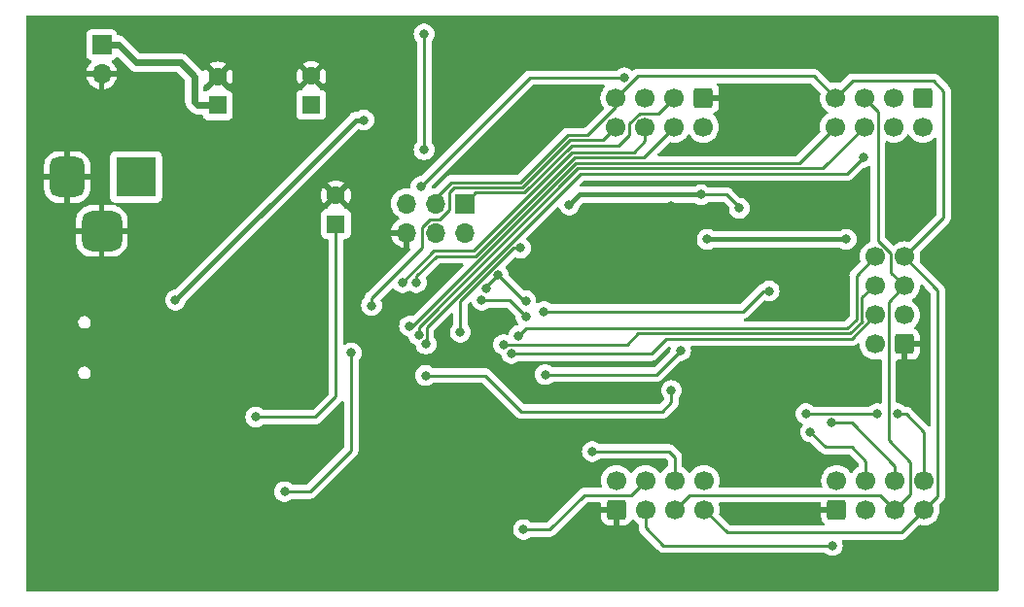
<source format=gbr>
%TF.GenerationSoftware,KiCad,Pcbnew,7.0.7*%
%TF.CreationDate,2023-10-17T21:46:05+02:00*%
%TF.ProjectId,Motherboard_pico,4d6f7468-6572-4626-9f61-72645f706963,rev?*%
%TF.SameCoordinates,Original*%
%TF.FileFunction,Copper,L2,Bot*%
%TF.FilePolarity,Positive*%
%FSLAX46Y46*%
G04 Gerber Fmt 4.6, Leading zero omitted, Abs format (unit mm)*
G04 Created by KiCad (PCBNEW 7.0.7) date 2023-10-17 21:46:05*
%MOMM*%
%LPD*%
G01*
G04 APERTURE LIST*
G04 Aperture macros list*
%AMRoundRect*
0 Rectangle with rounded corners*
0 $1 Rounding radius*
0 $2 $3 $4 $5 $6 $7 $8 $9 X,Y pos of 4 corners*
0 Add a 4 corners polygon primitive as box body*
4,1,4,$2,$3,$4,$5,$6,$7,$8,$9,$2,$3,0*
0 Add four circle primitives for the rounded corners*
1,1,$1+$1,$2,$3*
1,1,$1+$1,$4,$5*
1,1,$1+$1,$6,$7*
1,1,$1+$1,$8,$9*
0 Add four rect primitives between the rounded corners*
20,1,$1+$1,$2,$3,$4,$5,0*
20,1,$1+$1,$4,$5,$6,$7,0*
20,1,$1+$1,$6,$7,$8,$9,0*
20,1,$1+$1,$8,$9,$2,$3,0*%
G04 Aperture macros list end*
%TA.AperFunction,ComponentPad*%
%ADD10R,1.600000X1.600000*%
%TD*%
%TA.AperFunction,ComponentPad*%
%ADD11C,1.600000*%
%TD*%
%TA.AperFunction,ComponentPad*%
%ADD12RoundRect,0.250000X0.600000X-0.600000X0.600000X0.600000X-0.600000X0.600000X-0.600000X-0.600000X0*%
%TD*%
%TA.AperFunction,ComponentPad*%
%ADD13C,1.700000*%
%TD*%
%TA.AperFunction,ComponentPad*%
%ADD14R,1.700000X1.700000*%
%TD*%
%TA.AperFunction,ComponentPad*%
%ADD15O,1.700000X1.700000*%
%TD*%
%TA.AperFunction,ComponentPad*%
%ADD16RoundRect,0.250000X-0.600000X0.600000X-0.600000X-0.600000X0.600000X-0.600000X0.600000X0.600000X0*%
%TD*%
%TA.AperFunction,ComponentPad*%
%ADD17RoundRect,0.250000X0.600000X0.600000X-0.600000X0.600000X-0.600000X-0.600000X0.600000X-0.600000X0*%
%TD*%
%TA.AperFunction,ComponentPad*%
%ADD18R,3.500000X3.500000*%
%TD*%
%TA.AperFunction,ComponentPad*%
%ADD19RoundRect,0.750000X-0.750000X-1.000000X0.750000X-1.000000X0.750000X1.000000X-0.750000X1.000000X0*%
%TD*%
%TA.AperFunction,ComponentPad*%
%ADD20RoundRect,0.875000X-0.875000X-0.875000X0.875000X-0.875000X0.875000X0.875000X-0.875000X0.875000X0*%
%TD*%
%TA.AperFunction,ViaPad*%
%ADD21C,0.800000*%
%TD*%
%TA.AperFunction,Conductor*%
%ADD22C,0.250000*%
%TD*%
%TA.AperFunction,Conductor*%
%ADD23C,0.600000*%
%TD*%
%TA.AperFunction,Conductor*%
%ADD24C,0.400000*%
%TD*%
G04 APERTURE END LIST*
D10*
%TO.P,C11,1*%
%TO.N,12V*%
X146750000Y-92210000D03*
D11*
%TO.P,C11,2*%
%TO.N,GND*%
X146750000Y-89710000D03*
%TD*%
D10*
%TO.P,C6,1*%
%TO.N,VCC*%
X138620000Y-92240000D03*
D11*
%TO.P,C6,2*%
%TO.N,GND*%
X138620000Y-89740000D03*
%TD*%
D12*
%TO.P,J7,1,Pin_1*%
%TO.N,GND*%
X173320000Y-127500000D03*
D13*
%TO.P,J7,2,Pin_2*%
%TO.N,VCC*%
X173320000Y-124960000D03*
%TO.P,J7,3,Pin_3*%
%TO.N,MISO*%
X175860000Y-127500000D03*
%TO.P,J7,4,Pin_4*%
%TO.N,INT4*%
X175860000Y-124960000D03*
%TO.P,J7,5,Pin_5*%
%TO.N,MOSI*%
X178400000Y-127500000D03*
%TO.P,J7,6,Pin_6*%
%TO.N,RST4*%
X178400000Y-124960000D03*
%TO.P,J7,7,Pin_7*%
%TO.N,SCK*%
X180940000Y-127500000D03*
%TO.P,J7,8,Pin_8*%
%TO.N,CS5*%
X180940000Y-124960000D03*
%TD*%
D12*
%TO.P,J6,1,Pin_1*%
%TO.N,GND*%
X192500000Y-127500000D03*
D13*
%TO.P,J6,2,Pin_2*%
%TO.N,VCC*%
X192500000Y-124960000D03*
%TO.P,J6,3,Pin_3*%
%TO.N,MISO*%
X195040000Y-127500000D03*
%TO.P,J6,4,Pin_4*%
%TO.N,INT3*%
X195040000Y-124960000D03*
%TO.P,J6,5,Pin_5*%
%TO.N,MOSI*%
X197580000Y-127500000D03*
%TO.P,J6,6,Pin_6*%
%TO.N,RST3*%
X197580000Y-124960000D03*
%TO.P,J6,7,Pin_7*%
%TO.N,SCK*%
X200120000Y-127500000D03*
%TO.P,J6,8,Pin_8*%
%TO.N,CS4*%
X200120000Y-124960000D03*
%TD*%
D14*
%TO.P,J2,1,MISO*%
%TO.N,MISO*%
X160125000Y-100815000D03*
D15*
%TO.P,J2,2,VCC*%
%TO.N,VCC*%
X160125000Y-103355000D03*
%TO.P,J2,3,SCK*%
%TO.N,SCK*%
X157585000Y-100815000D03*
%TO.P,J2,4,MOSI*%
%TO.N,MOSI*%
X157585000Y-103355000D03*
%TO.P,J2,5,~{RST}*%
%TO.N,RESET*%
X155045000Y-100815000D03*
%TO.P,J2,6,GND*%
%TO.N,GND*%
X155045000Y-103355000D03*
%TD*%
D14*
%TO.P,J3,1,Pin_1*%
%TO.N,VCC*%
X128500000Y-86960000D03*
D15*
%TO.P,J3,2,Pin_2*%
%TO.N,GND*%
X128500000Y-89500000D03*
%TD*%
D16*
%TO.P,J4,1,Pin_1*%
%TO.N,GND*%
X180900000Y-91600000D03*
D13*
%TO.P,J4,2,Pin_2*%
%TO.N,VCC*%
X180900000Y-94140000D03*
%TO.P,J4,3,Pin_3*%
%TO.N,MISO*%
X178360000Y-91600000D03*
%TO.P,J4,4,Pin_4*%
%TO.N,INT1*%
X178360000Y-94140000D03*
%TO.P,J4,5,Pin_5*%
%TO.N,MOSI*%
X175820000Y-91600000D03*
%TO.P,J4,6,Pin_6*%
%TO.N,RST1*%
X175820000Y-94140000D03*
%TO.P,J4,7,Pin_7*%
%TO.N,SCK*%
X173280000Y-91600000D03*
%TO.P,J4,8,Pin_8*%
%TO.N,CS2*%
X173280000Y-94140000D03*
%TD*%
D16*
%TO.P,J5,1,Pin_1*%
%TO.N,GND*%
X200000000Y-91600000D03*
D13*
%TO.P,J5,2,Pin_2*%
%TO.N,VCC*%
X200000000Y-94140000D03*
%TO.P,J5,3,Pin_3*%
%TO.N,MISO*%
X197460000Y-91600000D03*
%TO.P,J5,4,Pin_4*%
%TO.N,INT2*%
X197460000Y-94140000D03*
%TO.P,J5,5,Pin_5*%
%TO.N,MOSI*%
X194920000Y-91600000D03*
%TO.P,J5,6,Pin_6*%
%TO.N,RST2*%
X194920000Y-94140000D03*
%TO.P,J5,7,Pin_7*%
%TO.N,SCK*%
X192380000Y-91600000D03*
%TO.P,J5,8,Pin_8*%
%TO.N,CS3*%
X192380000Y-94140000D03*
%TD*%
D17*
%TO.P,J8,1,Pin_1*%
%TO.N,GND*%
X198400000Y-113080000D03*
D13*
%TO.P,J8,2,Pin_2*%
%TO.N,VCC*%
X195860000Y-113080000D03*
%TO.P,J8,3,Pin_3*%
%TO.N,MISO*%
X198400000Y-110540000D03*
%TO.P,J8,4,Pin_4*%
%TO.N,INT5*%
X195860000Y-110540000D03*
%TO.P,J8,5,Pin_5*%
%TO.N,MOSI*%
X198400000Y-108000000D03*
%TO.P,J8,6,Pin_6*%
%TO.N,RST5*%
X195860000Y-108000000D03*
%TO.P,J8,7,Pin_7*%
%TO.N,SCK*%
X198400000Y-105460000D03*
%TO.P,J8,8,Pin_8*%
%TO.N,CS6*%
X195860000Y-105460000D03*
%TD*%
D18*
%TO.P,J1,1*%
%TO.N,Net-(D7-A)*%
X131500000Y-98500000D03*
D19*
%TO.P,J1,2*%
%TO.N,GND*%
X125500000Y-98500000D03*
D20*
%TO.P,J1,3*%
X128500000Y-103200000D03*
%TD*%
D10*
%TO.P,C5,1*%
%TO.N,VCC*%
X148900000Y-102600000D03*
D11*
%TO.P,C5,2*%
%TO.N,GND*%
X148900000Y-100100000D03*
%TD*%
D21*
%TO.N,GND*%
X157320000Y-107630000D03*
X189120000Y-99630000D03*
X154520000Y-126430000D03*
X181020000Y-86130000D03*
X204500000Y-132700000D03*
X167620000Y-133130000D03*
X167040000Y-107770000D03*
X186620000Y-87130000D03*
X153020000Y-96430000D03*
X189400000Y-124800000D03*
X198320000Y-115230000D03*
X200220000Y-110430000D03*
X178110000Y-101000000D03*
X204600000Y-88900000D03*
X158020000Y-128030000D03*
X166320000Y-122130000D03*
X144400000Y-86500000D03*
X203520000Y-113230000D03*
X148120000Y-130230000D03*
X137200000Y-85800000D03*
X160220000Y-122230000D03*
X169350000Y-106050000D03*
X132870000Y-120650000D03*
X141320000Y-95230000D03*
X157520000Y-121830000D03*
X159820000Y-89630000D03*
X186320000Y-110430000D03*
X194820000Y-101030000D03*
X163220000Y-128130000D03*
X152720000Y-90530000D03*
X163220000Y-119530000D03*
X151520000Y-111930000D03*
X195700000Y-131100000D03*
X155320000Y-114130000D03*
X166720000Y-127730000D03*
X165620000Y-94430000D03*
X125500000Y-124400000D03*
X124900000Y-86200000D03*
X198460000Y-99200000D03*
X203110000Y-98860000D03*
X128200000Y-95200000D03*
X168300000Y-86600000D03*
X191020000Y-114030000D03*
X156120000Y-123630000D03*
%TO.N,RESET*%
X144420000Y-125930000D03*
X150230000Y-113830000D03*
%TO.N,VCC*%
X193320000Y-103930000D03*
X159720000Y-112030000D03*
X141920000Y-119430000D03*
X164974500Y-104700000D03*
X181220000Y-103930000D03*
%TO.N,3.3V*%
X180707701Y-100042299D03*
X184020000Y-101230000D03*
X169220000Y-100930000D03*
%TO.N,SCK_1*%
X167120000Y-115730000D03*
X178920000Y-113630000D03*
%TO.N,MISO*%
X163030497Y-107030497D03*
X165424500Y-109280000D03*
X192120000Y-130630000D03*
X162000000Y-108200000D03*
%TO.N,SCK*%
X161600000Y-109250000D03*
X165424500Y-110665082D03*
%TO.N,MOSI*%
X156300000Y-99324500D03*
X174002701Y-89852701D03*
%TO.N,INT1*%
X155900000Y-107700000D03*
%TO.N,RST1*%
X154700000Y-107700000D03*
%TO.N,CS2*%
X152000000Y-109700000D03*
%TO.N,INT2*%
X156739866Y-113067839D03*
X194800000Y-96800000D03*
%TO.N,RST2*%
X156100000Y-112300000D03*
%TO.N,CS3*%
X155300000Y-111500000D03*
%TO.N,INT3*%
X190220000Y-120730000D03*
%TO.N,RST3*%
X192020000Y-119930000D03*
%TO.N,CS4*%
X196020000Y-119130000D03*
X197759500Y-119130000D03*
X189820000Y-119130000D03*
%TO.N,INT4*%
X165220000Y-129230000D03*
%TO.N,RST4*%
X171220000Y-122430000D03*
%TO.N,INT5*%
X164183172Y-113900000D03*
%TO.N,RST5*%
X163500000Y-113100000D03*
%TO.N,CS6*%
X164820000Y-112330000D03*
%TO.N,Net-(R17-Pad2)*%
X186620000Y-108430000D03*
X167014622Y-110235378D03*
%TO.N,CS1*%
X178102500Y-117112500D03*
X156700000Y-115800000D03*
%TO.N,VUSB*%
X134920000Y-109230000D03*
X151320000Y-93530000D03*
%TO.N,Net-(Q1-G)*%
X156575000Y-86025000D03*
X156575000Y-96130000D03*
%TD*%
D22*
%TO.N,RESET*%
X150230000Y-122320000D02*
X150230000Y-113830000D01*
X146620000Y-125930000D02*
X150230000Y-122320000D01*
X144420000Y-125930000D02*
X146620000Y-125930000D01*
D23*
%TO.N,VCC*%
X128500000Y-86960000D02*
X129950000Y-86960000D01*
X129950000Y-86960000D02*
X131520000Y-88530000D01*
X135380000Y-88530000D02*
X136570000Y-89720000D01*
D22*
X159700000Y-109336396D02*
X164336396Y-104700000D01*
D24*
X193320000Y-103930000D02*
X181220000Y-103930000D01*
D23*
X131520000Y-88530000D02*
X135380000Y-88530000D01*
D22*
X164336396Y-104700000D02*
X164974500Y-104700000D01*
X148900000Y-117650000D02*
X147120000Y-119430000D01*
D23*
X136570000Y-89720000D02*
X136570000Y-91930000D01*
D22*
X159720000Y-112030000D02*
X159720000Y-109316396D01*
D23*
X136570000Y-91930000D02*
X136880000Y-92240000D01*
D22*
X148900000Y-102600000D02*
X148900000Y-117650000D01*
D23*
X136880000Y-92240000D02*
X138620000Y-92240000D01*
D22*
X147120000Y-119430000D02*
X141920000Y-119430000D01*
%TO.N,3.3V*%
X184020000Y-101130000D02*
X184020000Y-101230000D01*
D24*
X170107701Y-100042299D02*
X169220000Y-100930000D01*
X180707701Y-100042299D02*
X170107701Y-100042299D01*
D22*
X180707701Y-100042299D02*
X182932299Y-100042299D01*
X182932299Y-100042299D02*
X184020000Y-101130000D01*
%TO.N,SCK_1*%
X178920000Y-113630000D02*
X176820000Y-115730000D01*
X176820000Y-115730000D02*
X167120000Y-115730000D01*
%TO.N,MISO*%
X175333299Y-92965000D02*
X174460000Y-93838299D01*
X177420000Y-130630000D02*
X192120000Y-130630000D01*
X162000000Y-108060994D02*
X163030497Y-107030497D01*
X175860000Y-127500000D02*
X175860000Y-129070000D01*
X174460000Y-94810000D02*
X173540000Y-95730000D01*
X173540000Y-95730000D02*
X169448604Y-95730000D01*
X162000000Y-108200000D02*
X162000000Y-108060994D01*
X165318604Y-99860000D02*
X161080000Y-99860000D01*
X174460000Y-93838299D02*
X174460000Y-94810000D01*
X175860000Y-129070000D02*
X177420000Y-130630000D01*
X169448604Y-95730000D02*
X165318604Y-99860000D01*
X176995000Y-92965000D02*
X175333299Y-92965000D01*
X178360000Y-91600000D02*
X176995000Y-92965000D01*
X161080000Y-99860000D02*
X160125000Y-100815000D01*
X163040497Y-107030497D02*
X165290000Y-109280000D01*
X165290000Y-109280000D02*
X165424500Y-109280000D01*
X163030497Y-107030497D02*
X163040497Y-107030497D01*
%TO.N,SCK*%
X192380000Y-91600000D02*
X193880000Y-90100000D01*
X190480000Y-89700000D02*
X175180000Y-89700000D01*
X175180000Y-89700000D02*
X173280000Y-91600000D01*
X169075812Y-94830000D02*
X170820000Y-94830000D01*
X201800000Y-102060000D02*
X198400000Y-105460000D01*
X198400000Y-105460000D02*
X201295000Y-108355000D01*
X158925000Y-98960000D02*
X164945812Y-98960000D01*
X201295000Y-126325000D02*
X200120000Y-127500000D01*
X201800000Y-91000000D02*
X201800000Y-102060000D01*
X200900000Y-90100000D02*
X201800000Y-91000000D01*
X180940000Y-127500000D02*
X182940000Y-129500000D01*
X157585000Y-100815000D02*
X157585000Y-100300000D01*
X192380000Y-91600000D02*
X190480000Y-89700000D01*
X164009418Y-109250000D02*
X165424500Y-110665082D01*
X193880000Y-90100000D02*
X200900000Y-90100000D01*
X164945812Y-98960000D02*
X169075812Y-94830000D01*
X173280000Y-92370000D02*
X173280000Y-91600000D01*
X198120000Y-129500000D02*
X200120000Y-127500000D01*
X161600000Y-109250000D02*
X164009418Y-109250000D01*
X182940000Y-129500000D02*
X198120000Y-129500000D01*
X201295000Y-108355000D02*
X201295000Y-126325000D01*
X170820000Y-94830000D02*
X173280000Y-92370000D01*
X157585000Y-100300000D02*
X158925000Y-98960000D01*
%TO.N,MOSI*%
X197035000Y-121445000D02*
X198920000Y-123330000D01*
X197580000Y-127500000D02*
X196310000Y-126230000D01*
X197035000Y-109365000D02*
X197035000Y-121445000D01*
X196095000Y-92775000D02*
X196095000Y-104033299D01*
X196310000Y-126230000D02*
X179670000Y-126230000D01*
X198920000Y-123330000D02*
X198920000Y-126160000D01*
X198400000Y-108000000D02*
X197035000Y-109365000D01*
X156300000Y-99324500D02*
X165771799Y-89852701D01*
X196095000Y-104033299D02*
X197225000Y-105163299D01*
X165771799Y-89852701D02*
X174002701Y-89852701D01*
X197225000Y-105163299D02*
X197225000Y-106825000D01*
X194920000Y-91600000D02*
X196095000Y-92775000D01*
X179670000Y-126230000D02*
X178400000Y-127500000D01*
X197225000Y-106825000D02*
X198400000Y-108000000D01*
X198920000Y-126160000D02*
X197580000Y-127500000D01*
%TO.N,INT1*%
X169651396Y-96800000D02*
X175700000Y-96800000D01*
X157636396Y-105400000D02*
X161051396Y-105400000D01*
X161051396Y-105400000D02*
X169651396Y-96800000D01*
X155900000Y-107700000D02*
X155900000Y-107136396D01*
X175700000Y-96800000D02*
X178360000Y-94140000D01*
X155900000Y-107136396D02*
X157636396Y-105400000D01*
%TO.N,RST1*%
X160865000Y-104950000D02*
X169465000Y-96350000D01*
X169465000Y-96350000D02*
X174812081Y-96350000D01*
X154700000Y-107700000D02*
X157450000Y-104950000D01*
X174812081Y-96350000D02*
X175820000Y-95342081D01*
X175820000Y-95342081D02*
X175820000Y-94140000D01*
X157450000Y-104950000D02*
X160865000Y-104950000D01*
%TO.N,CS2*%
X156410000Y-102868299D02*
X157098299Y-102180000D01*
X156410000Y-104660000D02*
X156410000Y-102868299D01*
X165132208Y-99410000D02*
X169262208Y-95280000D01*
X157098299Y-102180000D02*
X157910000Y-102180000D01*
X152000000Y-109070000D02*
X156410000Y-104660000D01*
X158760000Y-101330000D02*
X158760000Y-99830000D01*
X152000000Y-109700000D02*
X152000000Y-109070000D01*
X159180000Y-99410000D02*
X165132208Y-99410000D01*
X172140000Y-95280000D02*
X173280000Y-94140000D01*
X169262208Y-95280000D02*
X172140000Y-95280000D01*
X158760000Y-99830000D02*
X159180000Y-99410000D01*
X157910000Y-102180000D02*
X158760000Y-101330000D01*
%TO.N,INT2*%
X170200000Y-98200000D02*
X156820000Y-111580000D01*
X193400000Y-98200000D02*
X170200000Y-98200000D01*
X156825000Y-111999695D02*
X156825000Y-112982705D01*
X156820000Y-111994695D02*
X156825000Y-111999695D01*
X156825000Y-112982705D02*
X156739866Y-113067839D01*
X194800000Y-96800000D02*
X193400000Y-98200000D01*
X156820000Y-111580000D02*
X156820000Y-111994695D01*
%TO.N,RST2*%
X169980292Y-97743896D02*
X191316104Y-97743896D01*
X156100000Y-111624188D02*
X169980292Y-97743896D01*
X191316104Y-97743896D02*
X194920000Y-94140000D01*
X156100000Y-112300000D02*
X156100000Y-111624188D01*
%TO.N,CS3*%
X169793896Y-97293896D02*
X189226104Y-97293896D01*
X155300000Y-111500000D02*
X155587792Y-111500000D01*
X155587792Y-111500000D02*
X169793896Y-97293896D01*
X189226104Y-97293896D02*
X192380000Y-94140000D01*
%TO.N,INT3*%
X195040000Y-124960000D02*
X195040000Y-123250000D01*
X191520000Y-122030000D02*
X193820000Y-122030000D01*
X190220000Y-120730000D02*
X191520000Y-122030000D01*
X195040000Y-123250000D02*
X193820000Y-122030000D01*
%TO.N,RST3*%
X197580000Y-123690000D02*
X197580000Y-124960000D01*
X193820000Y-119930000D02*
X197580000Y-123690000D01*
X192020000Y-119930000D02*
X193820000Y-119930000D01*
%TO.N,CS4*%
X198520000Y-119130000D02*
X200120000Y-120730000D01*
X196020000Y-119130000D02*
X189820000Y-119130000D01*
X197759500Y-119130000D02*
X198520000Y-119130000D01*
X200120000Y-120730000D02*
X200120000Y-124960000D01*
%TO.N,INT4*%
X167520000Y-129230000D02*
X170520000Y-126230000D01*
X174590000Y-126230000D02*
X175860000Y-124960000D01*
X170520000Y-126230000D02*
X174590000Y-126230000D01*
X165220000Y-129230000D02*
X167520000Y-129230000D01*
%TO.N,RST4*%
X171220000Y-122430000D02*
X177920000Y-122430000D01*
X177920000Y-122430000D02*
X178400000Y-122910000D01*
X178400000Y-122910000D02*
X178400000Y-124960000D01*
%TO.N,INT5*%
X177650000Y-112600000D02*
X193800000Y-112600000D01*
X193800000Y-112600000D02*
X195860000Y-110540000D01*
X176350000Y-113900000D02*
X177650000Y-112600000D01*
X164183172Y-113900000D02*
X176350000Y-113900000D01*
%TO.N,RST5*%
X194685000Y-111026701D02*
X194685000Y-109015000D01*
X193613604Y-112150000D02*
X194710952Y-111052652D01*
X175200000Y-112150000D02*
X193613604Y-112150000D01*
X174250000Y-113100000D02*
X175200000Y-112150000D01*
X195600000Y-108260000D02*
X195860000Y-108000000D01*
X163500000Y-113100000D02*
X174250000Y-113100000D01*
X194685000Y-109015000D02*
X195440000Y-108260000D01*
X195440000Y-108260000D02*
X195600000Y-108260000D01*
X194710952Y-111052652D02*
X194685000Y-111026701D01*
%TO.N,CS6*%
X194235000Y-110892208D02*
X194235000Y-107085000D01*
X164820000Y-112330000D02*
X165450000Y-111700000D01*
X165450000Y-111700000D02*
X193427208Y-111700000D01*
X194235000Y-107085000D02*
X195860000Y-105460000D01*
X193427208Y-111700000D02*
X194235000Y-110892208D01*
%TO.N,Net-(R17-Pad2)*%
X167014622Y-110235378D02*
X184314622Y-110235378D01*
X186120000Y-108430000D02*
X186620000Y-108430000D01*
X184314622Y-110235378D02*
X186120000Y-108430000D01*
%TO.N,CS1*%
X165020000Y-118930000D02*
X177312868Y-118930000D01*
X161890000Y-115800000D02*
X165020000Y-118930000D01*
X177312868Y-118930000D02*
X178112868Y-118130000D01*
X156700000Y-115800000D02*
X161890000Y-115800000D01*
X178112868Y-118130000D02*
X178102500Y-117112500D01*
D24*
%TO.N,VUSB*%
X150620000Y-93530000D02*
X134920000Y-109230000D01*
X151320000Y-93530000D02*
X150620000Y-93530000D01*
D22*
%TO.N,Net-(Q1-G)*%
X156575000Y-96130000D02*
X156575000Y-86025000D01*
%TD*%
%TA.AperFunction,Conductor*%
%TO.N,GND*%
G36*
X191093039Y-126875185D02*
G01*
X191138794Y-126927989D01*
X191150000Y-126979500D01*
X191150000Y-127250000D01*
X191886653Y-127250000D01*
X191953692Y-127269685D01*
X191999447Y-127322489D01*
X192009391Y-127391647D01*
X192005631Y-127408933D01*
X192000000Y-127428111D01*
X192000000Y-127571888D01*
X192005631Y-127591067D01*
X192005630Y-127660936D01*
X191967855Y-127719714D01*
X191904299Y-127748738D01*
X191886653Y-127750000D01*
X191150001Y-127750000D01*
X191150001Y-128149986D01*
X191160494Y-128252697D01*
X191215641Y-128419119D01*
X191215643Y-128419124D01*
X191307684Y-128568345D01*
X191402158Y-128662819D01*
X191435643Y-128724142D01*
X191430659Y-128793834D01*
X191388787Y-128849767D01*
X191323323Y-128874184D01*
X191314477Y-128874500D01*
X183250453Y-128874500D01*
X183183414Y-128854815D01*
X183162772Y-128838181D01*
X182280237Y-127955646D01*
X182246752Y-127894323D01*
X182248142Y-127835876D01*
X182275063Y-127735408D01*
X182295659Y-127500000D01*
X182275063Y-127264592D01*
X182213903Y-127036337D01*
X182211837Y-127031906D01*
X182201344Y-126962829D01*
X182229863Y-126899045D01*
X182288339Y-126860804D01*
X182324218Y-126855500D01*
X191026000Y-126855500D01*
X191093039Y-126875185D01*
G37*
%TD.AperFunction*%
%TA.AperFunction,Conductor*%
G36*
X199960862Y-107905898D02*
G01*
X199967329Y-107911920D01*
X200204769Y-108149359D01*
X200633181Y-108577771D01*
X200666666Y-108639094D01*
X200669500Y-108665452D01*
X200669500Y-120095547D01*
X200649815Y-120162586D01*
X200597011Y-120208341D01*
X200527853Y-120218285D01*
X200464297Y-120189260D01*
X200457819Y-120183228D01*
X199020803Y-118746212D01*
X199010980Y-118733950D01*
X199010759Y-118734134D01*
X199005786Y-118728123D01*
X198955364Y-118680773D01*
X198944919Y-118670328D01*
X198934475Y-118659883D01*
X198928986Y-118655625D01*
X198924561Y-118651847D01*
X198890582Y-118619938D01*
X198890580Y-118619936D01*
X198890577Y-118619935D01*
X198873029Y-118610288D01*
X198856763Y-118599604D01*
X198840933Y-118587325D01*
X198798168Y-118568818D01*
X198792922Y-118566248D01*
X198752093Y-118543803D01*
X198752092Y-118543802D01*
X198732693Y-118538822D01*
X198714281Y-118532518D01*
X198695898Y-118524562D01*
X198695892Y-118524560D01*
X198649874Y-118517272D01*
X198644152Y-118516087D01*
X198599021Y-118504500D01*
X198599019Y-118504500D01*
X198578984Y-118504500D01*
X198559586Y-118502973D01*
X198552162Y-118501797D01*
X198539805Y-118499840D01*
X198539804Y-118499840D01*
X198493416Y-118504225D01*
X198487578Y-118504500D01*
X198463248Y-118504500D01*
X198396209Y-118484815D01*
X198371100Y-118463474D01*
X198365373Y-118457114D01*
X198365369Y-118457110D01*
X198212234Y-118345851D01*
X198212229Y-118345848D01*
X198039307Y-118268857D01*
X198039302Y-118268855D01*
X197893500Y-118237865D01*
X197854146Y-118229500D01*
X197784500Y-118229500D01*
X197717461Y-118209815D01*
X197671706Y-118157011D01*
X197660500Y-118105500D01*
X197660500Y-114553999D01*
X197680185Y-114486960D01*
X197732989Y-114441205D01*
X197784500Y-114429999D01*
X198149999Y-114429999D01*
X198150000Y-114429998D01*
X198150000Y-113692301D01*
X198169685Y-113625262D01*
X198222489Y-113579507D01*
X198291647Y-113569563D01*
X198364237Y-113580000D01*
X198364238Y-113580000D01*
X198435762Y-113580000D01*
X198435763Y-113580000D01*
X198508353Y-113569563D01*
X198577512Y-113579507D01*
X198630315Y-113625262D01*
X198650000Y-113692301D01*
X198649999Y-114429998D01*
X198650000Y-114429999D01*
X199049972Y-114429999D01*
X199049986Y-114429998D01*
X199152697Y-114419505D01*
X199319119Y-114364358D01*
X199319124Y-114364356D01*
X199468345Y-114272315D01*
X199592315Y-114148345D01*
X199684356Y-113999124D01*
X199684358Y-113999119D01*
X199739505Y-113832697D01*
X199739506Y-113832690D01*
X199749999Y-113729986D01*
X199750000Y-113729973D01*
X199750000Y-113330000D01*
X199013347Y-113330000D01*
X198946308Y-113310315D01*
X198900553Y-113257511D01*
X198890609Y-113188353D01*
X198894369Y-113171067D01*
X198896143Y-113165022D01*
X198900000Y-113151889D01*
X198900000Y-113008111D01*
X198894368Y-112988933D01*
X198894370Y-112919064D01*
X198932145Y-112860286D01*
X198995701Y-112831262D01*
X199013347Y-112830000D01*
X199749999Y-112830000D01*
X199749999Y-112430028D01*
X199749998Y-112430013D01*
X199739505Y-112327302D01*
X199684358Y-112160880D01*
X199684356Y-112160875D01*
X199592315Y-112011654D01*
X199468345Y-111887684D01*
X199319124Y-111795643D01*
X199319117Y-111795640D01*
X199310283Y-111792713D01*
X199252839Y-111752939D01*
X199226018Y-111688422D01*
X199238335Y-111619647D01*
X199267682Y-111582432D01*
X199267573Y-111582323D01*
X199268495Y-111581400D01*
X199269588Y-111580015D01*
X199271385Y-111578505D01*
X199271401Y-111578495D01*
X199438495Y-111411401D01*
X199574035Y-111217830D01*
X199673903Y-111003663D01*
X199735063Y-110775408D01*
X199755659Y-110540000D01*
X199735063Y-110304592D01*
X199679164Y-110095972D01*
X199673905Y-110076344D01*
X199673904Y-110076343D01*
X199673903Y-110076337D01*
X199574035Y-109862171D01*
X199539057Y-109812216D01*
X199438494Y-109668597D01*
X199271402Y-109501506D01*
X199271401Y-109501505D01*
X199089641Y-109374235D01*
X199085841Y-109371574D01*
X199042216Y-109316997D01*
X199035024Y-109247498D01*
X199066546Y-109185144D01*
X199085836Y-109168428D01*
X199271401Y-109038495D01*
X199438495Y-108871401D01*
X199574035Y-108677830D01*
X199673903Y-108463663D01*
X199735063Y-108235408D01*
X199755659Y-108000000D01*
X199755659Y-107999611D01*
X199755707Y-107999445D01*
X199756131Y-107994606D01*
X199757103Y-107994691D01*
X199775344Y-107932572D01*
X199828148Y-107886817D01*
X199897306Y-107876873D01*
X199960862Y-107905898D01*
G37*
%TD.AperFunction*%
%TA.AperFunction,Conductor*%
G36*
X195406474Y-97562049D02*
G01*
X195455169Y-97612154D01*
X195469500Y-97670022D01*
X195469499Y-103950554D01*
X195467776Y-103966171D01*
X195468061Y-103966198D01*
X195467326Y-103973964D01*
X195469500Y-104043113D01*
X195469500Y-104072984D01*
X195449815Y-104140023D01*
X195397905Y-104185366D01*
X195182171Y-104285964D01*
X195182169Y-104285965D01*
X194988597Y-104421505D01*
X194821505Y-104588597D01*
X194685965Y-104782169D01*
X194685964Y-104782171D01*
X194586098Y-104996335D01*
X194586094Y-104996344D01*
X194524938Y-105224586D01*
X194524936Y-105224596D01*
X194504341Y-105459999D01*
X194504341Y-105460000D01*
X194524936Y-105695403D01*
X194524938Y-105695413D01*
X194551856Y-105795872D01*
X194550193Y-105865722D01*
X194519762Y-105915646D01*
X193851208Y-106584199D01*
X193838951Y-106594020D01*
X193839134Y-106594241D01*
X193833123Y-106599213D01*
X193785772Y-106649636D01*
X193764889Y-106670518D01*
X193764877Y-106670532D01*
X193760621Y-106676017D01*
X193756837Y-106680447D01*
X193724937Y-106714418D01*
X193724936Y-106714420D01*
X193715284Y-106731976D01*
X193704610Y-106748226D01*
X193692329Y-106764061D01*
X193692324Y-106764068D01*
X193673815Y-106806838D01*
X193671245Y-106812084D01*
X193648803Y-106852906D01*
X193643822Y-106872307D01*
X193637521Y-106890710D01*
X193629562Y-106909102D01*
X193629561Y-106909105D01*
X193622271Y-106955127D01*
X193621087Y-106960846D01*
X193609501Y-107005972D01*
X193609500Y-107005982D01*
X193609500Y-107026016D01*
X193607973Y-107045415D01*
X193604840Y-107065194D01*
X193604840Y-107065195D01*
X193609225Y-107111583D01*
X193609500Y-107117421D01*
X193609500Y-110581755D01*
X193589815Y-110648794D01*
X193573181Y-110669436D01*
X193204436Y-111038181D01*
X193143113Y-111071666D01*
X193116755Y-111074500D01*
X184544425Y-111074500D01*
X184477386Y-111054815D01*
X184431631Y-111002011D01*
X184421687Y-110932853D01*
X184450712Y-110869297D01*
X184498775Y-110835209D01*
X184514737Y-110828889D01*
X184520268Y-110826995D01*
X184524018Y-110825905D01*
X184565012Y-110813996D01*
X184582251Y-110803800D01*
X184599725Y-110795240D01*
X184618349Y-110787866D01*
X184618349Y-110787865D01*
X184618354Y-110787864D01*
X184656071Y-110760460D01*
X184660927Y-110757270D01*
X184701042Y-110733548D01*
X184715211Y-110719377D01*
X184730001Y-110706746D01*
X184746209Y-110694972D01*
X184775921Y-110659054D01*
X184779834Y-110654754D01*
X186143799Y-109290790D01*
X186205120Y-109257307D01*
X186274812Y-109262291D01*
X186281888Y-109265182D01*
X186340197Y-109291144D01*
X186525354Y-109330500D01*
X186525355Y-109330500D01*
X186714644Y-109330500D01*
X186714646Y-109330500D01*
X186899803Y-109291144D01*
X187072730Y-109214151D01*
X187225871Y-109102888D01*
X187352533Y-108962216D01*
X187447179Y-108798284D01*
X187505674Y-108618256D01*
X187525460Y-108430000D01*
X187505674Y-108241744D01*
X187447179Y-108061716D01*
X187352533Y-107897784D01*
X187225871Y-107757112D01*
X187225867Y-107757109D01*
X187072734Y-107645851D01*
X187072729Y-107645848D01*
X186899807Y-107568857D01*
X186899802Y-107568855D01*
X186754001Y-107537865D01*
X186714646Y-107529500D01*
X186525354Y-107529500D01*
X186492897Y-107536398D01*
X186340197Y-107568855D01*
X186340192Y-107568857D01*
X186167270Y-107645848D01*
X186167265Y-107645851D01*
X186014131Y-107757109D01*
X185974733Y-107800864D01*
X185928246Y-107833176D01*
X185919888Y-107836486D01*
X185914353Y-107838382D01*
X185869610Y-107851381D01*
X185852366Y-107861579D01*
X185834905Y-107870133D01*
X185816274Y-107877510D01*
X185816262Y-107877517D01*
X185778570Y-107904902D01*
X185773687Y-107908109D01*
X185733580Y-107931829D01*
X185719414Y-107945995D01*
X185704624Y-107958627D01*
X185688414Y-107970404D01*
X185688411Y-107970407D01*
X185658710Y-108006309D01*
X185654777Y-108010631D01*
X184091850Y-109573559D01*
X184030527Y-109607044D01*
X184004169Y-109609878D01*
X167718370Y-109609878D01*
X167651331Y-109590193D01*
X167626222Y-109568852D01*
X167620495Y-109562492D01*
X167620491Y-109562488D01*
X167467356Y-109451229D01*
X167467351Y-109451226D01*
X167294429Y-109374235D01*
X167294424Y-109374233D01*
X167148622Y-109343243D01*
X167109268Y-109334878D01*
X166919976Y-109334878D01*
X166887519Y-109341776D01*
X166734819Y-109374233D01*
X166734814Y-109374235D01*
X166561892Y-109451226D01*
X166561889Y-109451228D01*
X166516615Y-109484121D01*
X166450808Y-109507599D01*
X166382755Y-109491772D01*
X166334061Y-109441665D01*
X166320187Y-109373187D01*
X166320393Y-109371021D01*
X166329960Y-109280000D01*
X166310174Y-109091744D01*
X166251679Y-108911716D01*
X166157033Y-108747784D01*
X166030371Y-108607112D01*
X166030370Y-108607111D01*
X165877234Y-108495851D01*
X165877229Y-108495848D01*
X165704307Y-108418857D01*
X165704302Y-108418855D01*
X165558500Y-108387865D01*
X165519146Y-108379500D01*
X165329854Y-108379500D01*
X165325452Y-108379500D01*
X165258413Y-108359815D01*
X165237771Y-108343181D01*
X163968283Y-107073692D01*
X163934798Y-107012369D01*
X163932644Y-106998984D01*
X163916171Y-106842241D01*
X163857676Y-106662213D01*
X163763030Y-106498281D01*
X163680521Y-106406646D01*
X163650292Y-106343656D01*
X163658917Y-106274321D01*
X163684988Y-106235997D01*
X164402741Y-105518244D01*
X164464062Y-105484761D01*
X164533754Y-105489745D01*
X164540824Y-105492634D01*
X164694697Y-105561144D01*
X164879854Y-105600500D01*
X164879855Y-105600500D01*
X165069144Y-105600500D01*
X165069146Y-105600500D01*
X165254303Y-105561144D01*
X165427230Y-105484151D01*
X165580371Y-105372888D01*
X165707033Y-105232216D01*
X165801679Y-105068284D01*
X165860174Y-104888256D01*
X165879960Y-104700000D01*
X165860174Y-104511744D01*
X165801679Y-104331716D01*
X165707033Y-104167784D01*
X165580371Y-104027112D01*
X165510810Y-103976573D01*
X165474898Y-103930000D01*
X180314540Y-103930000D01*
X180334326Y-104118256D01*
X180334327Y-104118259D01*
X180392818Y-104298277D01*
X180392821Y-104298284D01*
X180487467Y-104462216D01*
X180547240Y-104528600D01*
X180614129Y-104602888D01*
X180767265Y-104714148D01*
X180767270Y-104714151D01*
X180940192Y-104791142D01*
X180940197Y-104791144D01*
X181125354Y-104830500D01*
X181125355Y-104830500D01*
X181314644Y-104830500D01*
X181314646Y-104830500D01*
X181499803Y-104791144D01*
X181672730Y-104714151D01*
X181708085Y-104688464D01*
X181755271Y-104654182D01*
X181821077Y-104630702D01*
X181828156Y-104630500D01*
X192711844Y-104630500D01*
X192778883Y-104650185D01*
X192784729Y-104654182D01*
X192867265Y-104714148D01*
X192867270Y-104714151D01*
X193040192Y-104791142D01*
X193040197Y-104791144D01*
X193225354Y-104830500D01*
X193225355Y-104830500D01*
X193414644Y-104830500D01*
X193414646Y-104830500D01*
X193599803Y-104791144D01*
X193772730Y-104714151D01*
X193925871Y-104602888D01*
X194052533Y-104462216D01*
X194147179Y-104298284D01*
X194205674Y-104118256D01*
X194225460Y-103930000D01*
X194205674Y-103741744D01*
X194147179Y-103561716D01*
X194052533Y-103397784D01*
X193925871Y-103257112D01*
X193921717Y-103254094D01*
X193772734Y-103145851D01*
X193772729Y-103145848D01*
X193599807Y-103068857D01*
X193599802Y-103068855D01*
X193454001Y-103037865D01*
X193414646Y-103029500D01*
X193225354Y-103029500D01*
X193192897Y-103036398D01*
X193040197Y-103068855D01*
X193040192Y-103068857D01*
X192867270Y-103145848D01*
X192867265Y-103145851D01*
X192784729Y-103205818D01*
X192718923Y-103229298D01*
X192711844Y-103229500D01*
X181828156Y-103229500D01*
X181761117Y-103209815D01*
X181755271Y-103205818D01*
X181672734Y-103145851D01*
X181672729Y-103145848D01*
X181499807Y-103068857D01*
X181499802Y-103068855D01*
X181354000Y-103037865D01*
X181314646Y-103029500D01*
X181125354Y-103029500D01*
X181092897Y-103036398D01*
X180940197Y-103068855D01*
X180940192Y-103068857D01*
X180767270Y-103145848D01*
X180767265Y-103145851D01*
X180614129Y-103257111D01*
X180487466Y-103397785D01*
X180392821Y-103561715D01*
X180392818Y-103561722D01*
X180334327Y-103741740D01*
X180334326Y-103741744D01*
X180314540Y-103930000D01*
X165474898Y-103930000D01*
X165468145Y-103921243D01*
X165462166Y-103851629D01*
X165494772Y-103789834D01*
X165495941Y-103788648D01*
X168150047Y-101134542D01*
X168211368Y-101101059D01*
X168281060Y-101106043D01*
X168336993Y-101147915D01*
X168355657Y-101183907D01*
X168392818Y-101298277D01*
X168392821Y-101298284D01*
X168487467Y-101462216D01*
X168609977Y-101598277D01*
X168614129Y-101602888D01*
X168767265Y-101714148D01*
X168767270Y-101714151D01*
X168940192Y-101791142D01*
X168940197Y-101791144D01*
X169125354Y-101830500D01*
X169125355Y-101830500D01*
X169314644Y-101830500D01*
X169314646Y-101830500D01*
X169499803Y-101791144D01*
X169672730Y-101714151D01*
X169825871Y-101602888D01*
X169952533Y-101462216D01*
X170047179Y-101298284D01*
X170105674Y-101118256D01*
X170110864Y-101068869D01*
X170137447Y-101004258D01*
X170146484Y-100994171D01*
X170361540Y-100779115D01*
X170422862Y-100745633D01*
X170449220Y-100742799D01*
X180099545Y-100742799D01*
X180166584Y-100762484D01*
X180172430Y-100766481D01*
X180254966Y-100826447D01*
X180254971Y-100826450D01*
X180427893Y-100903441D01*
X180427898Y-100903443D01*
X180613055Y-100942799D01*
X180613056Y-100942799D01*
X180802345Y-100942799D01*
X180802347Y-100942799D01*
X180987504Y-100903443D01*
X181160431Y-100826450D01*
X181313572Y-100715187D01*
X181316489Y-100711946D01*
X181319301Y-100708825D01*
X181378788Y-100672178D01*
X181411449Y-100667799D01*
X182621847Y-100667799D01*
X182688886Y-100687484D01*
X182709528Y-100704118D01*
X183084213Y-101078803D01*
X183117698Y-101140126D01*
X183119853Y-101179444D01*
X183119384Y-101183907D01*
X183114540Y-101230000D01*
X183134326Y-101418256D01*
X183134327Y-101418259D01*
X183192818Y-101598277D01*
X183192821Y-101598284D01*
X183287467Y-101762216D01*
X183369655Y-101853495D01*
X183414129Y-101902888D01*
X183567265Y-102014148D01*
X183567270Y-102014151D01*
X183740192Y-102091142D01*
X183740197Y-102091144D01*
X183925354Y-102130500D01*
X183925355Y-102130500D01*
X184114644Y-102130500D01*
X184114646Y-102130500D01*
X184299803Y-102091144D01*
X184472730Y-102014151D01*
X184625871Y-101902888D01*
X184752533Y-101762216D01*
X184847179Y-101598284D01*
X184905674Y-101418256D01*
X184925460Y-101230000D01*
X184905674Y-101041744D01*
X184847179Y-100861716D01*
X184752533Y-100697784D01*
X184625871Y-100557112D01*
X184623032Y-100555049D01*
X184472734Y-100445851D01*
X184472729Y-100445848D01*
X184299807Y-100368857D01*
X184299802Y-100368855D01*
X184137169Y-100334287D01*
X184075687Y-100301095D01*
X184075269Y-100300678D01*
X183433102Y-99658511D01*
X183423279Y-99646249D01*
X183423058Y-99646433D01*
X183418085Y-99640422D01*
X183400494Y-99623903D01*
X183367663Y-99593072D01*
X183353408Y-99578817D01*
X183346774Y-99572182D01*
X183341285Y-99567924D01*
X183336860Y-99564146D01*
X183302881Y-99532237D01*
X183302879Y-99532235D01*
X183302876Y-99532234D01*
X183285328Y-99522587D01*
X183269062Y-99511903D01*
X183253232Y-99499624D01*
X183210467Y-99481117D01*
X183205221Y-99478547D01*
X183164392Y-99456102D01*
X183164391Y-99456101D01*
X183144992Y-99451121D01*
X183126580Y-99444817D01*
X183108197Y-99436861D01*
X183108191Y-99436859D01*
X183062173Y-99429571D01*
X183056451Y-99428386D01*
X183011320Y-99416799D01*
X183011318Y-99416799D01*
X182991283Y-99416799D01*
X182971885Y-99415272D01*
X182964461Y-99414096D01*
X182952104Y-99412139D01*
X182952103Y-99412139D01*
X182905715Y-99416524D01*
X182899877Y-99416799D01*
X181411449Y-99416799D01*
X181344410Y-99397114D01*
X181319301Y-99375773D01*
X181313574Y-99369413D01*
X181313570Y-99369409D01*
X181160435Y-99258150D01*
X181160430Y-99258147D01*
X180987508Y-99181156D01*
X180987503Y-99181154D01*
X180841702Y-99150164D01*
X180802347Y-99141799D01*
X180613055Y-99141799D01*
X180580598Y-99148697D01*
X180427898Y-99181154D01*
X180427893Y-99181156D01*
X180254971Y-99258147D01*
X180254966Y-99258150D01*
X180172430Y-99318117D01*
X180106624Y-99341597D01*
X180099545Y-99341799D01*
X170242153Y-99341799D01*
X170175114Y-99322114D01*
X170129359Y-99269310D01*
X170119415Y-99200152D01*
X170148440Y-99136596D01*
X170154472Y-99130118D01*
X170263618Y-99020973D01*
X170422771Y-98861819D01*
X170484095Y-98828334D01*
X170510453Y-98825500D01*
X193317257Y-98825500D01*
X193332877Y-98827224D01*
X193332904Y-98826939D01*
X193340660Y-98827671D01*
X193340667Y-98827673D01*
X193409814Y-98825500D01*
X193439350Y-98825500D01*
X193446228Y-98824630D01*
X193452041Y-98824172D01*
X193498627Y-98822709D01*
X193517869Y-98817117D01*
X193536912Y-98813174D01*
X193556792Y-98810664D01*
X193600122Y-98793507D01*
X193605646Y-98791617D01*
X193609396Y-98790527D01*
X193650390Y-98778618D01*
X193667629Y-98768422D01*
X193685103Y-98759862D01*
X193703727Y-98752488D01*
X193703727Y-98752487D01*
X193703732Y-98752486D01*
X193741449Y-98725082D01*
X193746305Y-98721892D01*
X193786420Y-98698170D01*
X193800589Y-98683999D01*
X193815379Y-98671368D01*
X193831587Y-98659594D01*
X193861299Y-98623676D01*
X193865212Y-98619376D01*
X194747771Y-97736819D01*
X194809095Y-97703334D01*
X194835453Y-97700500D01*
X194894644Y-97700500D01*
X194894646Y-97700500D01*
X195079803Y-97661144D01*
X195252730Y-97584151D01*
X195272615Y-97569703D01*
X195338420Y-97546224D01*
X195406474Y-97562049D01*
G37*
%TD.AperFunction*%
%TA.AperFunction,Conductor*%
G36*
X198814855Y-94806546D02*
G01*
X198831575Y-94825842D01*
X198961500Y-95011395D01*
X198961505Y-95011401D01*
X199128599Y-95178495D01*
X199217056Y-95240433D01*
X199322165Y-95314032D01*
X199322167Y-95314033D01*
X199322170Y-95314035D01*
X199536337Y-95413903D01*
X199764592Y-95475063D01*
X199952918Y-95491539D01*
X199999999Y-95495659D01*
X200000000Y-95495659D01*
X200000001Y-95495659D01*
X200039234Y-95492226D01*
X200235408Y-95475063D01*
X200463663Y-95413903D01*
X200677830Y-95314035D01*
X200871401Y-95178495D01*
X200962822Y-95087073D01*
X201024141Y-95053591D01*
X201093833Y-95058575D01*
X201149767Y-95100446D01*
X201174184Y-95165910D01*
X201174500Y-95174757D01*
X201174500Y-101749545D01*
X201154815Y-101816584D01*
X201138181Y-101837226D01*
X198855646Y-104119761D01*
X198794323Y-104153246D01*
X198735873Y-104151855D01*
X198635408Y-104124937D01*
X198400001Y-104104341D01*
X198399999Y-104104341D01*
X198164596Y-104124936D01*
X198164586Y-104124938D01*
X197936344Y-104186094D01*
X197936335Y-104186098D01*
X197722171Y-104285964D01*
X197722169Y-104285965D01*
X197528594Y-104421508D01*
X197528190Y-104421847D01*
X197527976Y-104421940D01*
X197524164Y-104424610D01*
X197523627Y-104423843D01*
X197464178Y-104449850D01*
X197395187Y-104438800D01*
X197360818Y-104414526D01*
X196756819Y-103810526D01*
X196723334Y-103749203D01*
X196720500Y-103722845D01*
X196720500Y-95479918D01*
X196740185Y-95412879D01*
X196792989Y-95367124D01*
X196862147Y-95357180D01*
X196896899Y-95367534D01*
X196996337Y-95413903D01*
X197224592Y-95475063D01*
X197412918Y-95491539D01*
X197459999Y-95495659D01*
X197460000Y-95495659D01*
X197460001Y-95495659D01*
X197499234Y-95492226D01*
X197695408Y-95475063D01*
X197923663Y-95413903D01*
X198137830Y-95314035D01*
X198331401Y-95178495D01*
X198498495Y-95011401D01*
X198628424Y-94825842D01*
X198683002Y-94782217D01*
X198752500Y-94775023D01*
X198814855Y-94806546D01*
G37*
%TD.AperFunction*%
%TA.AperFunction,Conductor*%
G36*
X172259579Y-90497886D02*
G01*
X172305334Y-90550690D01*
X172315278Y-90619848D01*
X172286253Y-90683404D01*
X172280221Y-90689882D01*
X172241505Y-90728597D01*
X172105965Y-90922169D01*
X172105964Y-90922171D01*
X172006098Y-91136335D01*
X172006094Y-91136344D01*
X171944938Y-91364586D01*
X171944936Y-91364596D01*
X171924341Y-91599999D01*
X171924341Y-91600000D01*
X171944936Y-91835403D01*
X171944938Y-91835413D01*
X172006094Y-92063655D01*
X172006096Y-92063659D01*
X172006097Y-92063663D01*
X172085381Y-92233688D01*
X172105965Y-92277830D01*
X172105967Y-92277834D01*
X172203447Y-92417050D01*
X172225774Y-92483256D01*
X172208764Y-92551023D01*
X172189553Y-92575854D01*
X170597228Y-94168181D01*
X170535905Y-94201666D01*
X170509547Y-94204500D01*
X169158555Y-94204500D01*
X169142934Y-94202775D01*
X169142908Y-94203061D01*
X169135146Y-94202327D01*
X169135145Y-94202327D01*
X169065998Y-94204500D01*
X169036461Y-94204500D01*
X169029578Y-94205369D01*
X169023761Y-94205826D01*
X168977185Y-94207290D01*
X168957941Y-94212881D01*
X168938891Y-94216825D01*
X168919023Y-94219334D01*
X168875696Y-94236488D01*
X168870170Y-94238379D01*
X168825426Y-94251379D01*
X168825422Y-94251381D01*
X168808178Y-94261579D01*
X168790717Y-94270133D01*
X168772086Y-94277510D01*
X168772074Y-94277517D01*
X168734382Y-94304902D01*
X168729499Y-94308109D01*
X168689392Y-94331829D01*
X168675226Y-94345995D01*
X168660436Y-94358627D01*
X168644226Y-94370404D01*
X168644223Y-94370407D01*
X168614522Y-94406309D01*
X168610589Y-94410631D01*
X164723040Y-98298181D01*
X164661717Y-98331666D01*
X164635359Y-98334500D01*
X159007738Y-98334500D01*
X158992121Y-98332776D01*
X158992094Y-98333062D01*
X158984332Y-98332327D01*
X158915204Y-98334500D01*
X158885650Y-98334500D01*
X158884929Y-98334590D01*
X158878757Y-98335369D01*
X158872945Y-98335826D01*
X158826373Y-98337290D01*
X158826372Y-98337290D01*
X158807129Y-98342881D01*
X158788079Y-98346825D01*
X158768211Y-98349334D01*
X158768209Y-98349335D01*
X158724884Y-98366488D01*
X158719357Y-98368380D01*
X158674610Y-98381381D01*
X158674609Y-98381382D01*
X158657367Y-98391579D01*
X158639899Y-98400137D01*
X158621269Y-98407513D01*
X158621267Y-98407514D01*
X158583576Y-98434898D01*
X158578694Y-98438105D01*
X158538579Y-98461830D01*
X158524408Y-98476000D01*
X158509623Y-98488628D01*
X158493412Y-98500407D01*
X158463709Y-98536310D01*
X158459777Y-98540631D01*
X157568768Y-99431639D01*
X157507445Y-99465124D01*
X157491895Y-99467486D01*
X157349582Y-99479937D01*
X157348129Y-99480194D01*
X157347481Y-99480121D01*
X157344199Y-99480409D01*
X157344141Y-99479748D01*
X157278691Y-99472440D01*
X157224468Y-99428376D01*
X157202676Y-99361992D01*
X157203290Y-99345142D01*
X157203318Y-99344873D01*
X157229887Y-99280254D01*
X157238952Y-99270136D01*
X165994569Y-90514520D01*
X166055893Y-90481035D01*
X166082251Y-90478201D01*
X172192540Y-90478201D01*
X172259579Y-90497886D01*
G37*
%TD.AperFunction*%
%TA.AperFunction,Conductor*%
G36*
X190236587Y-90345185D02*
G01*
X190257229Y-90361819D01*
X191039762Y-91144352D01*
X191073247Y-91205675D01*
X191071856Y-91264126D01*
X191044938Y-91364586D01*
X191044936Y-91364596D01*
X191024341Y-91599999D01*
X191024341Y-91600000D01*
X191044936Y-91835403D01*
X191044938Y-91835413D01*
X191106094Y-92063655D01*
X191106096Y-92063659D01*
X191106097Y-92063663D01*
X191185381Y-92233688D01*
X191205965Y-92277830D01*
X191205967Y-92277834D01*
X191303448Y-92417050D01*
X191341501Y-92471396D01*
X191341506Y-92471402D01*
X191508597Y-92638493D01*
X191508603Y-92638498D01*
X191694158Y-92768425D01*
X191737783Y-92823002D01*
X191744977Y-92892500D01*
X191713454Y-92954855D01*
X191694158Y-92971575D01*
X191508597Y-93101505D01*
X191341505Y-93268597D01*
X191205965Y-93462169D01*
X191205964Y-93462171D01*
X191106098Y-93676335D01*
X191106094Y-93676344D01*
X191044938Y-93904586D01*
X191044936Y-93904596D01*
X191024341Y-94139999D01*
X191024341Y-94140000D01*
X191044937Y-94375408D01*
X191071855Y-94475873D01*
X191070192Y-94545723D01*
X191039761Y-94595646D01*
X189003332Y-96632077D01*
X188942009Y-96665562D01*
X188915651Y-96668396D01*
X177015556Y-96668396D01*
X176948517Y-96648711D01*
X176902762Y-96595907D01*
X176892818Y-96526749D01*
X176921843Y-96463193D01*
X176927875Y-96456715D01*
X177135090Y-96249500D01*
X177904353Y-95480235D01*
X177965674Y-95446752D01*
X178024125Y-95448143D01*
X178058780Y-95457428D01*
X178124592Y-95475063D01*
X178312918Y-95491539D01*
X178359999Y-95495659D01*
X178360000Y-95495659D01*
X178360001Y-95495659D01*
X178399234Y-95492226D01*
X178595408Y-95475063D01*
X178823663Y-95413903D01*
X179037830Y-95314035D01*
X179231401Y-95178495D01*
X179398495Y-95011401D01*
X179528424Y-94825842D01*
X179583002Y-94782217D01*
X179652500Y-94775023D01*
X179714855Y-94806546D01*
X179731575Y-94825842D01*
X179861500Y-95011395D01*
X179861505Y-95011401D01*
X180028599Y-95178495D01*
X180117056Y-95240433D01*
X180222165Y-95314032D01*
X180222167Y-95314033D01*
X180222170Y-95314035D01*
X180436337Y-95413903D01*
X180664592Y-95475063D01*
X180852918Y-95491539D01*
X180899999Y-95495659D01*
X180900000Y-95495659D01*
X180900001Y-95495659D01*
X180939234Y-95492226D01*
X181135408Y-95475063D01*
X181363663Y-95413903D01*
X181577830Y-95314035D01*
X181771401Y-95178495D01*
X181938495Y-95011401D01*
X182074035Y-94817830D01*
X182173903Y-94603663D01*
X182235063Y-94375408D01*
X182255659Y-94140000D01*
X182235063Y-93904592D01*
X182173903Y-93676337D01*
X182074035Y-93462171D01*
X182068425Y-93454158D01*
X181938494Y-93268597D01*
X181771401Y-93101505D01*
X181769579Y-93099976D01*
X181768996Y-93099100D01*
X181767573Y-93097677D01*
X181767859Y-93097390D01*
X181730880Y-93041802D01*
X181729776Y-92971941D01*
X181766616Y-92912573D01*
X181810289Y-92887284D01*
X181819120Y-92884357D01*
X181819124Y-92884356D01*
X181968345Y-92792315D01*
X182092315Y-92668345D01*
X182184356Y-92519124D01*
X182184358Y-92519119D01*
X182239506Y-92352694D01*
X182239506Y-92352690D01*
X182249999Y-92249986D01*
X182250000Y-92249973D01*
X182250000Y-91850000D01*
X181513347Y-91850000D01*
X181446308Y-91830315D01*
X181400553Y-91777511D01*
X181390609Y-91708353D01*
X181394369Y-91691067D01*
X181400000Y-91671888D01*
X181400000Y-91528111D01*
X181394369Y-91508933D01*
X181394370Y-91439064D01*
X181432145Y-91380286D01*
X181495701Y-91351262D01*
X181513347Y-91350000D01*
X182249999Y-91350000D01*
X182249999Y-90950028D01*
X182249998Y-90950013D01*
X182239505Y-90847302D01*
X182184358Y-90680880D01*
X182184356Y-90680875D01*
X182092315Y-90531654D01*
X182088168Y-90526409D01*
X182062029Y-90461613D01*
X182075071Y-90392971D01*
X182123153Y-90342277D01*
X182185436Y-90325500D01*
X190169548Y-90325500D01*
X190236587Y-90345185D01*
G37*
%TD.AperFunction*%
%TA.AperFunction,Conductor*%
G36*
X138213594Y-89895364D02*
G01*
X138269528Y-89937235D01*
X138280742Y-89955246D01*
X138284941Y-89963486D01*
X138292358Y-89978044D01*
X138292363Y-89978050D01*
X138381949Y-90067636D01*
X138381951Y-90067637D01*
X138381955Y-90067641D01*
X138404747Y-90079254D01*
X138455542Y-90127228D01*
X138472337Y-90195049D01*
X138449799Y-90261184D01*
X138436132Y-90277419D01*
X137889351Y-90824200D01*
X137879505Y-90873194D01*
X137830889Y-90923376D01*
X137775367Y-90938048D01*
X137775423Y-90939099D01*
X137775429Y-90939146D01*
X137775426Y-90939146D01*
X137775436Y-90939324D01*
X137772123Y-90939501D01*
X137712516Y-90945908D01*
X137577671Y-90996202D01*
X137577665Y-90996206D01*
X137568810Y-91002835D01*
X137503346Y-91027252D01*
X137435073Y-91012400D01*
X137385668Y-90962995D01*
X137370500Y-90903568D01*
X137370500Y-90585879D01*
X137390185Y-90518840D01*
X137442989Y-90473085D01*
X137505309Y-90462351D01*
X137540974Y-90465471D01*
X138082580Y-89923865D01*
X138143903Y-89890380D01*
X138213594Y-89895364D01*
G37*
%TD.AperFunction*%
%TA.AperFunction,Conductor*%
G36*
X206543039Y-84419685D02*
G01*
X206588794Y-84472489D01*
X206600000Y-84524000D01*
X206600000Y-134476000D01*
X206580315Y-134543039D01*
X206527511Y-134588794D01*
X206476000Y-134600000D01*
X122024000Y-134600000D01*
X121956961Y-134580315D01*
X121911206Y-134527511D01*
X121900000Y-134476000D01*
X121900000Y-119430000D01*
X141014540Y-119430000D01*
X141034326Y-119618256D01*
X141034327Y-119618259D01*
X141092818Y-119798277D01*
X141092821Y-119798284D01*
X141187467Y-119962216D01*
X141290098Y-120076199D01*
X141314129Y-120102888D01*
X141467265Y-120214148D01*
X141467270Y-120214151D01*
X141640192Y-120291142D01*
X141640197Y-120291144D01*
X141825354Y-120330500D01*
X141825355Y-120330500D01*
X142014644Y-120330500D01*
X142014646Y-120330500D01*
X142199803Y-120291144D01*
X142372730Y-120214151D01*
X142525871Y-120102888D01*
X142528788Y-120099647D01*
X142531600Y-120096526D01*
X142591087Y-120059879D01*
X142623748Y-120055500D01*
X147037257Y-120055500D01*
X147052877Y-120057224D01*
X147052904Y-120056939D01*
X147060660Y-120057671D01*
X147060667Y-120057673D01*
X147129814Y-120055500D01*
X147159350Y-120055500D01*
X147166228Y-120054630D01*
X147172041Y-120054172D01*
X147218627Y-120052709D01*
X147237869Y-120047117D01*
X147256912Y-120043174D01*
X147276792Y-120040664D01*
X147320122Y-120023507D01*
X147325646Y-120021617D01*
X147337297Y-120018232D01*
X147370390Y-120008618D01*
X147387629Y-119998422D01*
X147405103Y-119989862D01*
X147423727Y-119982488D01*
X147423727Y-119982487D01*
X147423732Y-119982486D01*
X147461449Y-119955082D01*
X147466305Y-119951892D01*
X147506420Y-119928170D01*
X147520589Y-119913999D01*
X147535379Y-119901368D01*
X147551587Y-119889594D01*
X147581299Y-119853676D01*
X147585212Y-119849376D01*
X149283787Y-118150801D01*
X149296042Y-118140986D01*
X149295859Y-118140764D01*
X149301866Y-118135792D01*
X149301877Y-118135786D01*
X149332775Y-118102882D01*
X149349227Y-118085364D01*
X149370113Y-118064478D01*
X149370113Y-118064477D01*
X149370120Y-118064471D01*
X149374388Y-118058967D01*
X149378154Y-118054559D01*
X149390113Y-118041824D01*
X149450356Y-118006434D01*
X149520170Y-118009231D01*
X149577388Y-118049328D01*
X149603846Y-118113994D01*
X149604500Y-118126714D01*
X149604500Y-122009547D01*
X149584815Y-122076586D01*
X149568181Y-122097228D01*
X146397228Y-125268181D01*
X146335905Y-125301666D01*
X146309547Y-125304500D01*
X145123748Y-125304500D01*
X145056709Y-125284815D01*
X145031600Y-125263474D01*
X145025873Y-125257114D01*
X145025869Y-125257110D01*
X144872734Y-125145851D01*
X144872729Y-125145848D01*
X144699807Y-125068857D01*
X144699802Y-125068855D01*
X144554001Y-125037865D01*
X144514646Y-125029500D01*
X144325354Y-125029500D01*
X144292897Y-125036398D01*
X144140197Y-125068855D01*
X144140192Y-125068857D01*
X143967270Y-125145848D01*
X143967265Y-125145851D01*
X143814129Y-125257111D01*
X143687466Y-125397785D01*
X143592821Y-125561715D01*
X143592818Y-125561722D01*
X143537547Y-125731830D01*
X143534326Y-125741744D01*
X143514540Y-125930000D01*
X143534326Y-126118256D01*
X143534327Y-126118259D01*
X143592818Y-126298277D01*
X143592821Y-126298284D01*
X143687467Y-126462216D01*
X143808401Y-126596526D01*
X143814129Y-126602888D01*
X143967265Y-126714148D01*
X143967270Y-126714151D01*
X144140192Y-126791142D01*
X144140197Y-126791144D01*
X144325354Y-126830500D01*
X144325355Y-126830500D01*
X144514644Y-126830500D01*
X144514646Y-126830500D01*
X144699803Y-126791144D01*
X144872730Y-126714151D01*
X145025871Y-126602888D01*
X145030341Y-126597924D01*
X145031600Y-126596526D01*
X145091087Y-126559879D01*
X145123748Y-126555500D01*
X146537257Y-126555500D01*
X146552877Y-126557224D01*
X146552904Y-126556939D01*
X146560660Y-126557671D01*
X146560667Y-126557673D01*
X146629814Y-126555500D01*
X146659350Y-126555500D01*
X146666228Y-126554630D01*
X146672041Y-126554172D01*
X146718627Y-126552709D01*
X146737869Y-126547117D01*
X146756912Y-126543174D01*
X146776792Y-126540664D01*
X146820122Y-126523507D01*
X146825646Y-126521617D01*
X146833690Y-126519280D01*
X146870390Y-126508618D01*
X146887629Y-126498422D01*
X146905103Y-126489862D01*
X146923727Y-126482488D01*
X146923727Y-126482487D01*
X146923732Y-126482486D01*
X146961449Y-126455082D01*
X146966305Y-126451892D01*
X147006420Y-126428170D01*
X147020589Y-126413999D01*
X147035379Y-126401368D01*
X147051587Y-126389594D01*
X147081299Y-126353676D01*
X147085212Y-126349376D01*
X150613788Y-122820801D01*
X150626042Y-122810986D01*
X150625859Y-122810764D01*
X150631866Y-122805792D01*
X150631877Y-122805786D01*
X150670351Y-122764815D01*
X150679227Y-122755364D01*
X150689671Y-122744918D01*
X150700120Y-122734471D01*
X150704379Y-122728978D01*
X150708152Y-122724561D01*
X150740062Y-122690582D01*
X150749715Y-122673020D01*
X150760389Y-122656770D01*
X150772673Y-122640936D01*
X150791180Y-122598167D01*
X150793749Y-122592924D01*
X150807134Y-122568577D01*
X150816197Y-122552092D01*
X150821177Y-122532691D01*
X150827478Y-122514288D01*
X150835438Y-122495896D01*
X150842730Y-122449849D01*
X150843911Y-122444152D01*
X150847064Y-122431873D01*
X150855500Y-122399019D01*
X150855500Y-122378982D01*
X150857027Y-122359582D01*
X150860160Y-122339804D01*
X150855775Y-122293415D01*
X150855500Y-122287577D01*
X150855500Y-115800000D01*
X155794540Y-115800000D01*
X155814326Y-115988256D01*
X155814327Y-115988259D01*
X155872818Y-116168277D01*
X155872821Y-116168284D01*
X155967467Y-116332216D01*
X156064166Y-116439611D01*
X156094129Y-116472888D01*
X156247265Y-116584148D01*
X156247270Y-116584151D01*
X156420192Y-116661142D01*
X156420197Y-116661144D01*
X156605354Y-116700500D01*
X156605355Y-116700500D01*
X156794644Y-116700500D01*
X156794646Y-116700500D01*
X156979803Y-116661144D01*
X157152730Y-116584151D01*
X157305871Y-116472888D01*
X157308788Y-116469647D01*
X157311600Y-116466526D01*
X157371087Y-116429879D01*
X157403748Y-116425500D01*
X161579548Y-116425500D01*
X161646587Y-116445185D01*
X161667228Y-116461818D01*
X163094083Y-117888674D01*
X164519197Y-119313788D01*
X164529022Y-119326051D01*
X164529243Y-119325869D01*
X164534214Y-119331878D01*
X164555043Y-119351437D01*
X164584635Y-119379226D01*
X164605529Y-119400120D01*
X164611011Y-119404373D01*
X164615443Y-119408157D01*
X164649418Y-119440062D01*
X164666976Y-119449714D01*
X164683235Y-119460395D01*
X164699064Y-119472673D01*
X164741838Y-119491182D01*
X164747056Y-119493738D01*
X164787908Y-119516197D01*
X164807316Y-119521180D01*
X164825717Y-119527480D01*
X164844104Y-119535437D01*
X164887488Y-119542308D01*
X164890119Y-119542725D01*
X164895839Y-119543909D01*
X164940981Y-119555500D01*
X164961016Y-119555500D01*
X164980414Y-119557026D01*
X165000194Y-119560159D01*
X165000195Y-119560160D01*
X165000195Y-119560159D01*
X165000196Y-119560160D01*
X165046583Y-119555775D01*
X165052422Y-119555500D01*
X177230125Y-119555500D01*
X177245745Y-119557224D01*
X177245772Y-119556939D01*
X177253528Y-119557671D01*
X177253535Y-119557673D01*
X177322682Y-119555500D01*
X177352218Y-119555500D01*
X177359096Y-119554630D01*
X177364909Y-119554172D01*
X177411495Y-119552709D01*
X177430737Y-119547117D01*
X177449780Y-119543174D01*
X177469660Y-119540664D01*
X177512990Y-119523507D01*
X177518514Y-119521617D01*
X177522264Y-119520527D01*
X177563258Y-119508618D01*
X177580497Y-119498422D01*
X177597971Y-119489862D01*
X177616595Y-119482488D01*
X177616595Y-119482487D01*
X177616600Y-119482486D01*
X177654317Y-119455082D01*
X177659173Y-119451892D01*
X177699288Y-119428170D01*
X177713457Y-119413999D01*
X177728247Y-119401368D01*
X177744455Y-119389594D01*
X177774167Y-119353676D01*
X177778080Y-119349376D01*
X178499393Y-118628064D01*
X178519574Y-118611730D01*
X178519674Y-118611666D01*
X178564352Y-118563106D01*
X178582988Y-118544471D01*
X178589393Y-118536212D01*
X178592745Y-118532246D01*
X178626679Y-118495366D01*
X178634333Y-118481099D01*
X178645621Y-118463723D01*
X178655541Y-118450936D01*
X178675451Y-118404926D01*
X178677715Y-118400247D01*
X178701399Y-118356107D01*
X178705264Y-118340391D01*
X178711874Y-118320756D01*
X178718306Y-118305896D01*
X178726145Y-118256395D01*
X178727176Y-118251292D01*
X178732308Y-118230425D01*
X178739141Y-118202642D01*
X178738975Y-118186438D01*
X178740496Y-118165787D01*
X178743028Y-118149804D01*
X178738309Y-118099902D01*
X178738040Y-118094746D01*
X178735084Y-117804586D01*
X178754085Y-117737352D01*
X178766929Y-117720352D01*
X178812443Y-117669804D01*
X178835033Y-117644716D01*
X178929679Y-117480784D01*
X178988174Y-117300756D01*
X179007960Y-117112500D01*
X178988174Y-116924244D01*
X178929679Y-116744216D01*
X178835033Y-116580284D01*
X178708371Y-116439612D01*
X178694975Y-116429879D01*
X178555234Y-116328351D01*
X178555229Y-116328348D01*
X178382307Y-116251357D01*
X178382302Y-116251355D01*
X178236501Y-116220365D01*
X178197146Y-116212000D01*
X178007854Y-116212000D01*
X177975397Y-116218898D01*
X177822697Y-116251355D01*
X177822692Y-116251357D01*
X177649770Y-116328348D01*
X177649765Y-116328351D01*
X177496629Y-116439611D01*
X177369966Y-116580285D01*
X177275321Y-116744215D01*
X177275318Y-116744222D01*
X177216827Y-116924240D01*
X177216826Y-116924244D01*
X177197040Y-117112500D01*
X177216826Y-117300756D01*
X177216827Y-117300759D01*
X177275318Y-117480777D01*
X177275321Y-117480784D01*
X177369967Y-117644716D01*
X177427836Y-117708986D01*
X177452310Y-117736167D01*
X177482540Y-117799158D01*
X177484153Y-117817857D01*
X177484190Y-117821435D01*
X177465200Y-117888674D01*
X177447878Y-117910398D01*
X177090096Y-118268181D01*
X177028773Y-118301666D01*
X177002415Y-118304500D01*
X165330453Y-118304500D01*
X165263414Y-118284815D01*
X165242772Y-118268181D01*
X162390803Y-115416212D01*
X162380980Y-115403950D01*
X162380759Y-115404134D01*
X162375786Y-115398123D01*
X162368480Y-115391262D01*
X162325364Y-115350773D01*
X162314919Y-115340328D01*
X162304475Y-115329883D01*
X162298986Y-115325625D01*
X162294561Y-115321847D01*
X162260582Y-115289938D01*
X162260580Y-115289936D01*
X162260577Y-115289935D01*
X162243029Y-115280288D01*
X162226763Y-115269604D01*
X162210933Y-115257325D01*
X162168168Y-115238818D01*
X162162922Y-115236248D01*
X162122093Y-115213803D01*
X162122092Y-115213802D01*
X162102693Y-115208822D01*
X162084281Y-115202518D01*
X162065898Y-115194562D01*
X162065892Y-115194560D01*
X162019874Y-115187272D01*
X162014152Y-115186087D01*
X161969021Y-115174500D01*
X161969019Y-115174500D01*
X161948984Y-115174500D01*
X161929586Y-115172973D01*
X161922162Y-115171797D01*
X161909805Y-115169840D01*
X161909804Y-115169840D01*
X161863416Y-115174225D01*
X161857578Y-115174500D01*
X157403748Y-115174500D01*
X157336709Y-115154815D01*
X157311600Y-115133474D01*
X157305873Y-115127114D01*
X157305869Y-115127110D01*
X157152734Y-115015851D01*
X157152729Y-115015848D01*
X156979807Y-114938857D01*
X156979802Y-114938855D01*
X156834000Y-114907865D01*
X156794646Y-114899500D01*
X156605354Y-114899500D01*
X156572897Y-114906398D01*
X156420197Y-114938855D01*
X156420192Y-114938857D01*
X156247270Y-115015848D01*
X156247265Y-115015851D01*
X156094129Y-115127111D01*
X155967466Y-115267785D01*
X155872821Y-115431715D01*
X155872818Y-115431722D01*
X155814327Y-115611740D01*
X155814326Y-115611744D01*
X155794540Y-115800000D01*
X150855500Y-115800000D01*
X150855500Y-114528687D01*
X150875185Y-114461648D01*
X150887350Y-114445715D01*
X150907463Y-114423377D01*
X150962533Y-114362216D01*
X151057179Y-114198284D01*
X151115674Y-114018256D01*
X151135460Y-113830000D01*
X151115674Y-113641744D01*
X151057179Y-113461716D01*
X150962533Y-113297784D01*
X150835871Y-113157112D01*
X150829504Y-113152486D01*
X150682734Y-113045851D01*
X150682729Y-113045848D01*
X150509807Y-112968857D01*
X150509802Y-112968855D01*
X150364000Y-112937865D01*
X150324646Y-112929500D01*
X150135354Y-112929500D01*
X150102897Y-112936398D01*
X149950197Y-112968855D01*
X149950192Y-112968857D01*
X149777271Y-113045848D01*
X149722385Y-113085725D01*
X149656578Y-113109204D01*
X149588524Y-113093378D01*
X149539830Y-113043272D01*
X149525500Y-112985406D01*
X149525500Y-109700000D01*
X151094540Y-109700000D01*
X151114326Y-109888256D01*
X151114327Y-109888259D01*
X151172818Y-110068277D01*
X151172821Y-110068284D01*
X151267467Y-110232216D01*
X151389985Y-110368286D01*
X151394129Y-110372888D01*
X151547265Y-110484148D01*
X151547270Y-110484151D01*
X151720192Y-110561142D01*
X151720197Y-110561144D01*
X151905354Y-110600500D01*
X151905355Y-110600500D01*
X152094644Y-110600500D01*
X152094646Y-110600500D01*
X152279803Y-110561144D01*
X152452730Y-110484151D01*
X152605871Y-110372888D01*
X152732533Y-110232216D01*
X152827179Y-110068284D01*
X152885674Y-109888256D01*
X152905460Y-109700000D01*
X152885674Y-109511744D01*
X152827179Y-109331716D01*
X152799969Y-109284588D01*
X152783498Y-109216693D01*
X152806350Y-109150666D01*
X152819671Y-109134917D01*
X153763489Y-108191099D01*
X153824810Y-108157616D01*
X153894502Y-108162600D01*
X153950435Y-108204472D01*
X153958553Y-108216779D01*
X153967463Y-108232211D01*
X153967465Y-108232214D01*
X154094129Y-108372888D01*
X154247265Y-108484148D01*
X154247270Y-108484151D01*
X154420192Y-108561142D01*
X154420197Y-108561144D01*
X154605354Y-108600500D01*
X154605355Y-108600500D01*
X154794644Y-108600500D01*
X154794646Y-108600500D01*
X154979803Y-108561144D01*
X155152730Y-108484151D01*
X155227116Y-108430106D01*
X155292920Y-108406627D01*
X155360974Y-108422452D01*
X155372876Y-108430100D01*
X155433494Y-108474142D01*
X155447270Y-108484151D01*
X155620192Y-108561142D01*
X155620197Y-108561144D01*
X155805354Y-108600500D01*
X155805355Y-108600500D01*
X155994644Y-108600500D01*
X155994646Y-108600500D01*
X156179803Y-108561144D01*
X156352730Y-108484151D01*
X156505871Y-108372888D01*
X156632533Y-108232216D01*
X156727179Y-108068284D01*
X156785674Y-107888256D01*
X156805460Y-107700000D01*
X156785674Y-107511744D01*
X156727179Y-107331716D01*
X156724275Y-107326686D01*
X156707801Y-107258790D01*
X156730651Y-107192762D01*
X156743974Y-107177010D01*
X157859166Y-106061819D01*
X157920490Y-106028334D01*
X157946848Y-106025500D01*
X159878339Y-106025500D01*
X159945378Y-106045185D01*
X159991133Y-106097989D01*
X160001077Y-106167147D01*
X159972052Y-106230703D01*
X159966020Y-106237181D01*
X155614660Y-110588539D01*
X155553337Y-110622024D01*
X155501199Y-110622148D01*
X155394646Y-110599500D01*
X155205354Y-110599500D01*
X155172897Y-110606398D01*
X155020197Y-110638855D01*
X155020192Y-110638857D01*
X154847270Y-110715848D01*
X154847265Y-110715851D01*
X154694129Y-110827111D01*
X154567466Y-110967785D01*
X154472821Y-111131715D01*
X154472818Y-111131722D01*
X154444839Y-111217834D01*
X154414326Y-111311744D01*
X154394540Y-111500000D01*
X154414326Y-111688256D01*
X154414327Y-111688259D01*
X154472818Y-111868277D01*
X154472821Y-111868284D01*
X154567467Y-112032216D01*
X154666087Y-112141744D01*
X154694129Y-112172888D01*
X154847265Y-112284148D01*
X154847270Y-112284151D01*
X155020192Y-112361142D01*
X155020193Y-112361142D01*
X155020197Y-112361144D01*
X155116973Y-112381714D01*
X155178455Y-112414906D01*
X155212232Y-112476069D01*
X155213879Y-112486151D01*
X155214327Y-112488260D01*
X155272818Y-112668277D01*
X155272821Y-112668284D01*
X155367467Y-112832216D01*
X155445666Y-112919064D01*
X155494129Y-112972888D01*
X155641556Y-113080000D01*
X155647270Y-113084151D01*
X155779993Y-113143244D01*
X155833227Y-113188492D01*
X155852874Y-113243556D01*
X155853991Y-113254190D01*
X155854192Y-113256096D01*
X155854193Y-113256099D01*
X155912684Y-113436116D01*
X155912687Y-113436123D01*
X156007333Y-113600055D01*
X156083249Y-113684368D01*
X156133995Y-113740727D01*
X156287131Y-113851987D01*
X156287136Y-113851990D01*
X156460058Y-113928981D01*
X156460063Y-113928983D01*
X156645220Y-113968339D01*
X156645221Y-113968339D01*
X156834510Y-113968339D01*
X156834512Y-113968339D01*
X157019669Y-113928983D01*
X157192596Y-113851990D01*
X157345737Y-113740727D01*
X157472399Y-113600055D01*
X157567045Y-113436123D01*
X157625540Y-113256095D01*
X157645326Y-113067839D01*
X157625540Y-112879583D01*
X157567045Y-112699555D01*
X157472399Y-112535623D01*
X157472398Y-112535622D01*
X157469150Y-112529996D01*
X157470930Y-112528968D01*
X157450702Y-112472265D01*
X157450500Y-112465192D01*
X157450500Y-112082433D01*
X157452224Y-112066819D01*
X157451938Y-112066792D01*
X157452672Y-112059029D01*
X157450500Y-111989898D01*
X157450500Y-111960346D01*
X157450500Y-111960345D01*
X157449629Y-111953454D01*
X157449172Y-111947640D01*
X157447464Y-111893270D01*
X157450761Y-111893166D01*
X157457719Y-111838883D01*
X157483605Y-111800984D01*
X158882819Y-110401770D01*
X158944142Y-110368286D01*
X159013834Y-110373270D01*
X159069767Y-110415142D01*
X159094184Y-110480606D01*
X159094500Y-110489452D01*
X159094500Y-111331312D01*
X159074815Y-111398351D01*
X159062650Y-111414284D01*
X158987466Y-111497784D01*
X158892821Y-111661715D01*
X158892818Y-111661722D01*
X158835188Y-111839090D01*
X158834326Y-111841744D01*
X158814540Y-112030000D01*
X158834326Y-112218256D01*
X158834327Y-112218259D01*
X158892818Y-112398277D01*
X158892821Y-112398284D01*
X158987467Y-112562216D01*
X159111127Y-112699554D01*
X159114129Y-112702888D01*
X159267265Y-112814148D01*
X159267270Y-112814151D01*
X159440192Y-112891142D01*
X159440197Y-112891144D01*
X159625354Y-112930500D01*
X159625355Y-112930500D01*
X159814644Y-112930500D01*
X159814646Y-112930500D01*
X159999803Y-112891144D01*
X160172730Y-112814151D01*
X160325871Y-112702888D01*
X160452533Y-112562216D01*
X160547179Y-112398284D01*
X160605674Y-112218256D01*
X160625460Y-112030000D01*
X160605674Y-111841744D01*
X160547179Y-111661716D01*
X160452533Y-111497784D01*
X160426485Y-111468855D01*
X160377350Y-111414284D01*
X160347120Y-111351292D01*
X160345500Y-111331312D01*
X160345500Y-109626847D01*
X160365185Y-109559808D01*
X160381815Y-109539170D01*
X160514448Y-109406537D01*
X160575770Y-109373053D01*
X160645462Y-109378037D01*
X160701395Y-109419909D01*
X160720059Y-109455901D01*
X160772818Y-109618277D01*
X160772821Y-109618284D01*
X160867467Y-109782216D01*
X160962946Y-109888256D01*
X160994129Y-109922888D01*
X161147265Y-110034148D01*
X161147270Y-110034151D01*
X161320192Y-110111142D01*
X161320197Y-110111144D01*
X161505354Y-110150500D01*
X161505355Y-110150500D01*
X161694644Y-110150500D01*
X161694646Y-110150500D01*
X161879803Y-110111144D01*
X162052730Y-110034151D01*
X162205871Y-109922888D01*
X162208788Y-109919647D01*
X162211600Y-109916526D01*
X162271087Y-109879879D01*
X162303748Y-109875500D01*
X163698966Y-109875500D01*
X163766005Y-109895185D01*
X163786647Y-109911819D01*
X164485538Y-110610711D01*
X164519023Y-110672034D01*
X164521178Y-110685430D01*
X164524376Y-110715851D01*
X164538826Y-110853338D01*
X164538827Y-110853341D01*
X164597318Y-111033359D01*
X164597321Y-111033366D01*
X164691967Y-111197298D01*
X164710458Y-111217834D01*
X164729108Y-111238547D01*
X164759338Y-111301538D01*
X164750713Y-111370873D01*
X164705972Y-111424539D01*
X164662739Y-111442809D01*
X164540197Y-111468855D01*
X164540192Y-111468857D01*
X164367270Y-111545848D01*
X164367265Y-111545851D01*
X164214129Y-111657111D01*
X164087466Y-111797785D01*
X163992821Y-111961715D01*
X163992818Y-111961722D01*
X163934327Y-112141738D01*
X163933669Y-112144838D01*
X163932794Y-112146458D01*
X163932318Y-112147924D01*
X163932049Y-112147836D01*
X163900476Y-112206320D01*
X163839314Y-112240097D01*
X163786704Y-112237645D01*
X163786160Y-112240207D01*
X163682887Y-112218256D01*
X163594646Y-112199500D01*
X163405354Y-112199500D01*
X163373268Y-112206320D01*
X163220197Y-112238855D01*
X163220192Y-112238857D01*
X163047270Y-112315848D01*
X163047265Y-112315851D01*
X162894129Y-112427111D01*
X162767466Y-112567785D01*
X162672821Y-112731715D01*
X162672818Y-112731722D01*
X162621020Y-112891142D01*
X162614326Y-112911744D01*
X162594540Y-113100000D01*
X162614326Y-113288256D01*
X162614327Y-113288259D01*
X162672818Y-113468277D01*
X162672821Y-113468284D01*
X162767467Y-113632216D01*
X162821568Y-113692301D01*
X162894129Y-113772888D01*
X163047265Y-113884148D01*
X163047270Y-113884151D01*
X163221875Y-113961892D01*
X163275112Y-114007142D01*
X163294759Y-114062205D01*
X163297497Y-114088250D01*
X163297499Y-114088260D01*
X163355990Y-114268277D01*
X163355993Y-114268284D01*
X163450639Y-114432216D01*
X163560293Y-114553999D01*
X163577301Y-114572888D01*
X163730437Y-114684148D01*
X163730442Y-114684151D01*
X163903364Y-114761142D01*
X163903369Y-114761144D01*
X164088526Y-114800500D01*
X164088527Y-114800500D01*
X164277816Y-114800500D01*
X164277818Y-114800500D01*
X164462975Y-114761144D01*
X164635902Y-114684151D01*
X164789043Y-114572888D01*
X164794508Y-114566819D01*
X164794772Y-114566526D01*
X164854259Y-114529879D01*
X164886920Y-114525500D01*
X176267257Y-114525500D01*
X176282877Y-114527224D01*
X176282904Y-114526939D01*
X176290660Y-114527671D01*
X176290667Y-114527673D01*
X176359814Y-114525500D01*
X176389350Y-114525500D01*
X176396228Y-114524630D01*
X176402041Y-114524172D01*
X176448627Y-114522709D01*
X176467869Y-114517117D01*
X176486912Y-114513174D01*
X176506792Y-114510664D01*
X176550122Y-114493507D01*
X176555646Y-114491617D01*
X176559396Y-114490527D01*
X176600390Y-114478618D01*
X176617629Y-114468422D01*
X176635103Y-114459862D01*
X176653727Y-114452488D01*
X176653727Y-114452487D01*
X176653732Y-114452486D01*
X176691449Y-114425082D01*
X176696305Y-114421892D01*
X176736420Y-114398170D01*
X176750589Y-114383999D01*
X176765379Y-114371368D01*
X176781587Y-114359594D01*
X176811299Y-114323676D01*
X176815212Y-114319376D01*
X177833466Y-113301123D01*
X177894787Y-113267640D01*
X177964479Y-113272624D01*
X178020412Y-113314496D01*
X178044829Y-113379960D01*
X178039076Y-113427122D01*
X178034326Y-113441744D01*
X178017687Y-113600055D01*
X178016679Y-113609649D01*
X177990094Y-113674263D01*
X177981039Y-113684368D01*
X176597228Y-115068181D01*
X176535905Y-115101666D01*
X176509547Y-115104500D01*
X167823748Y-115104500D01*
X167756709Y-115084815D01*
X167731600Y-115063474D01*
X167725873Y-115057114D01*
X167725869Y-115057110D01*
X167572734Y-114945851D01*
X167572729Y-114945848D01*
X167399807Y-114868857D01*
X167399802Y-114868855D01*
X167254001Y-114837865D01*
X167214646Y-114829500D01*
X167025354Y-114829500D01*
X166992897Y-114836398D01*
X166840197Y-114868855D01*
X166840192Y-114868857D01*
X166667270Y-114945848D01*
X166667265Y-114945851D01*
X166514129Y-115057111D01*
X166387466Y-115197785D01*
X166292821Y-115361715D01*
X166292818Y-115361722D01*
X166234327Y-115541740D01*
X166234326Y-115541744D01*
X166214540Y-115730000D01*
X166234326Y-115918256D01*
X166234327Y-115918259D01*
X166292818Y-116098277D01*
X166292821Y-116098284D01*
X166387467Y-116262216D01*
X166508401Y-116396526D01*
X166514129Y-116402888D01*
X166667265Y-116514148D01*
X166667270Y-116514151D01*
X166840192Y-116591142D01*
X166840197Y-116591144D01*
X167025354Y-116630500D01*
X167025355Y-116630500D01*
X167214644Y-116630500D01*
X167214646Y-116630500D01*
X167399803Y-116591144D01*
X167572730Y-116514151D01*
X167725871Y-116402888D01*
X167728788Y-116399647D01*
X167731600Y-116396526D01*
X167791087Y-116359879D01*
X167823748Y-116355500D01*
X176737257Y-116355500D01*
X176752877Y-116357224D01*
X176752904Y-116356939D01*
X176760660Y-116357671D01*
X176760667Y-116357673D01*
X176829814Y-116355500D01*
X176859350Y-116355500D01*
X176866228Y-116354630D01*
X176872041Y-116354172D01*
X176918627Y-116352709D01*
X176937869Y-116347117D01*
X176956912Y-116343174D01*
X176976792Y-116340664D01*
X177020122Y-116323507D01*
X177025646Y-116321617D01*
X177029396Y-116320527D01*
X177070390Y-116308618D01*
X177087629Y-116298422D01*
X177105103Y-116289862D01*
X177123727Y-116282488D01*
X177123727Y-116282487D01*
X177123732Y-116282486D01*
X177161449Y-116255082D01*
X177166305Y-116251892D01*
X177206420Y-116228170D01*
X177220589Y-116213999D01*
X177235379Y-116201368D01*
X177251587Y-116189594D01*
X177281299Y-116153676D01*
X177285212Y-116149376D01*
X178867771Y-114566819D01*
X178929095Y-114533334D01*
X178955453Y-114530500D01*
X179014644Y-114530500D01*
X179014646Y-114530500D01*
X179199803Y-114491144D01*
X179372730Y-114414151D01*
X179525871Y-114302888D01*
X179652533Y-114162216D01*
X179747179Y-113998284D01*
X179805674Y-113818256D01*
X179825460Y-113630000D01*
X179805674Y-113441744D01*
X179788151Y-113387816D01*
X179786157Y-113317978D01*
X179822237Y-113258145D01*
X179884938Y-113227316D01*
X179906083Y-113225500D01*
X193717257Y-113225500D01*
X193732877Y-113227224D01*
X193732904Y-113226939D01*
X193740660Y-113227671D01*
X193740667Y-113227673D01*
X193809814Y-113225500D01*
X193839350Y-113225500D01*
X193846228Y-113224630D01*
X193852041Y-113224172D01*
X193898627Y-113222709D01*
X193917869Y-113217117D01*
X193936912Y-113213174D01*
X193956792Y-113210664D01*
X194000122Y-113193507D01*
X194005646Y-113191617D01*
X194016402Y-113188492D01*
X194050390Y-113178618D01*
X194067629Y-113168422D01*
X194085103Y-113159862D01*
X194103727Y-113152488D01*
X194103727Y-113152487D01*
X194103732Y-113152486D01*
X194141449Y-113125082D01*
X194146305Y-113121892D01*
X194186420Y-113098170D01*
X194200589Y-113083999D01*
X194215379Y-113071368D01*
X194231587Y-113059594D01*
X194261299Y-113023676D01*
X194265212Y-113019376D01*
X194292662Y-112991926D01*
X194353983Y-112958443D01*
X194423675Y-112963427D01*
X194479608Y-113005299D01*
X194504025Y-113070763D01*
X194504341Y-113079609D01*
X194504341Y-113080000D01*
X194524936Y-113315403D01*
X194524938Y-113315413D01*
X194586094Y-113543655D01*
X194586096Y-113543659D01*
X194586097Y-113543663D01*
X194646997Y-113674263D01*
X194685965Y-113757830D01*
X194685967Y-113757834D01*
X194774414Y-113884148D01*
X194821505Y-113951401D01*
X194988599Y-114118495D01*
X195051036Y-114162214D01*
X195182165Y-114254032D01*
X195182167Y-114254033D01*
X195182170Y-114254035D01*
X195396337Y-114353903D01*
X195396343Y-114353904D01*
X195396344Y-114353905D01*
X195435356Y-114364358D01*
X195624592Y-114415063D01*
X195812918Y-114431539D01*
X195859999Y-114435659D01*
X195860000Y-114435659D01*
X195860001Y-114435659D01*
X195899376Y-114432214D01*
X196095408Y-114415063D01*
X196247200Y-114374391D01*
X196253407Y-114372728D01*
X196323257Y-114374391D01*
X196381119Y-114413554D01*
X196408623Y-114477782D01*
X196409500Y-114492503D01*
X196409500Y-118139046D01*
X196389815Y-118206085D01*
X196337011Y-118251840D01*
X196267853Y-118261784D01*
X196259719Y-118260336D01*
X196114646Y-118229500D01*
X195925354Y-118229500D01*
X195892897Y-118236398D01*
X195740197Y-118268855D01*
X195740192Y-118268857D01*
X195567270Y-118345848D01*
X195567265Y-118345851D01*
X195414130Y-118457110D01*
X195414126Y-118457114D01*
X195408400Y-118463474D01*
X195348913Y-118500121D01*
X195316252Y-118504500D01*
X190523748Y-118504500D01*
X190456709Y-118484815D01*
X190431600Y-118463474D01*
X190425873Y-118457114D01*
X190425869Y-118457110D01*
X190272734Y-118345851D01*
X190272729Y-118345848D01*
X190099807Y-118268857D01*
X190099802Y-118268855D01*
X189954001Y-118237865D01*
X189914646Y-118229500D01*
X189725354Y-118229500D01*
X189692897Y-118236398D01*
X189540197Y-118268855D01*
X189540192Y-118268857D01*
X189367270Y-118345848D01*
X189367265Y-118345851D01*
X189214129Y-118457111D01*
X189087466Y-118597785D01*
X188992821Y-118761715D01*
X188992818Y-118761722D01*
X188948609Y-118897785D01*
X188934326Y-118941744D01*
X188914540Y-119130000D01*
X188934326Y-119318256D01*
X188934327Y-119318259D01*
X188992818Y-119498277D01*
X188992821Y-119498284D01*
X189087467Y-119662216D01*
X189171461Y-119755500D01*
X189214129Y-119802888D01*
X189355855Y-119905858D01*
X189367270Y-119914151D01*
X189479460Y-119964102D01*
X189532694Y-120009350D01*
X189553015Y-120076199D01*
X189533970Y-120143423D01*
X189521172Y-120160350D01*
X189487466Y-120197785D01*
X189392821Y-120361715D01*
X189392818Y-120361722D01*
X189353443Y-120482908D01*
X189334326Y-120541744D01*
X189314540Y-120730000D01*
X189334326Y-120918256D01*
X189334327Y-120918259D01*
X189392818Y-121098277D01*
X189392821Y-121098284D01*
X189487467Y-121262216D01*
X189553494Y-121335546D01*
X189614129Y-121402888D01*
X189767265Y-121514148D01*
X189767270Y-121514151D01*
X189940192Y-121591142D01*
X189940197Y-121591144D01*
X190125354Y-121630500D01*
X190184548Y-121630500D01*
X190251587Y-121650185D01*
X190272229Y-121666819D01*
X191019194Y-122413784D01*
X191029019Y-122426048D01*
X191029240Y-122425866D01*
X191034210Y-122431873D01*
X191034213Y-122431876D01*
X191034214Y-122431877D01*
X191084651Y-122479241D01*
X191105530Y-122500120D01*
X191111004Y-122504366D01*
X191115442Y-122508156D01*
X191149418Y-122540062D01*
X191149422Y-122540064D01*
X191166973Y-122549713D01*
X191183231Y-122560392D01*
X191199064Y-122572674D01*
X191221015Y-122582172D01*
X191241837Y-122591183D01*
X191247081Y-122593752D01*
X191287908Y-122616197D01*
X191307312Y-122621179D01*
X191325710Y-122627478D01*
X191344105Y-122635438D01*
X191390129Y-122642726D01*
X191395832Y-122643907D01*
X191440981Y-122655500D01*
X191461016Y-122655500D01*
X191480413Y-122657026D01*
X191500196Y-122660160D01*
X191546583Y-122655775D01*
X191552422Y-122655500D01*
X193509548Y-122655500D01*
X193576587Y-122675185D01*
X193597229Y-122691819D01*
X194378181Y-123472771D01*
X194411666Y-123534094D01*
X194414500Y-123560452D01*
X194414500Y-123684773D01*
X194394815Y-123751812D01*
X194361623Y-123786348D01*
X194168597Y-123921505D01*
X194001505Y-124088597D01*
X193871575Y-124274158D01*
X193816998Y-124317783D01*
X193747500Y-124324977D01*
X193685145Y-124293454D01*
X193668425Y-124274158D01*
X193538494Y-124088597D01*
X193371402Y-123921506D01*
X193371399Y-123921504D01*
X193280871Y-123858115D01*
X193177834Y-123785967D01*
X193177830Y-123785965D01*
X193120119Y-123759054D01*
X192963663Y-123686097D01*
X192963659Y-123686096D01*
X192963655Y-123686094D01*
X192735413Y-123624938D01*
X192735403Y-123624936D01*
X192500001Y-123604341D01*
X192499999Y-123604341D01*
X192264596Y-123624936D01*
X192264586Y-123624938D01*
X192036344Y-123686094D01*
X192036335Y-123686098D01*
X191822171Y-123785964D01*
X191822169Y-123785965D01*
X191628597Y-123921505D01*
X191461505Y-124088597D01*
X191325965Y-124282169D01*
X191325964Y-124282171D01*
X191226098Y-124496335D01*
X191226094Y-124496344D01*
X191164938Y-124724586D01*
X191164936Y-124724596D01*
X191144341Y-124959999D01*
X191144341Y-124960000D01*
X191164936Y-125195403D01*
X191164938Y-125195413D01*
X191226094Y-125423655D01*
X191226099Y-125423669D01*
X191228163Y-125428094D01*
X191238656Y-125497171D01*
X191210137Y-125560955D01*
X191151661Y-125599196D01*
X191115782Y-125604500D01*
X182324218Y-125604500D01*
X182257179Y-125584815D01*
X182211424Y-125532011D01*
X182201480Y-125462853D01*
X182211837Y-125428094D01*
X182213900Y-125423669D01*
X182213903Y-125423663D01*
X182275063Y-125195408D01*
X182295659Y-124960000D01*
X182275063Y-124724592D01*
X182213903Y-124496337D01*
X182114035Y-124282171D01*
X182108425Y-124274158D01*
X181978494Y-124088597D01*
X181811402Y-123921506D01*
X181811399Y-123921504D01*
X181720871Y-123858115D01*
X181617834Y-123785967D01*
X181617830Y-123785965D01*
X181560119Y-123759054D01*
X181403663Y-123686097D01*
X181403659Y-123686096D01*
X181403655Y-123686094D01*
X181175413Y-123624938D01*
X181175403Y-123624936D01*
X180940001Y-123604341D01*
X180939999Y-123604341D01*
X180704596Y-123624936D01*
X180704586Y-123624938D01*
X180476344Y-123686094D01*
X180476335Y-123686098D01*
X180262171Y-123785964D01*
X180262169Y-123785965D01*
X180068597Y-123921505D01*
X179901505Y-124088597D01*
X179771575Y-124274158D01*
X179716998Y-124317783D01*
X179647500Y-124324977D01*
X179585145Y-124293454D01*
X179568425Y-124274158D01*
X179438494Y-124088597D01*
X179271402Y-123921506D01*
X179271401Y-123921505D01*
X179114499Y-123811641D01*
X179078376Y-123786347D01*
X179034751Y-123731770D01*
X179025500Y-123684772D01*
X179025500Y-122992742D01*
X179027224Y-122977122D01*
X179026939Y-122977095D01*
X179027673Y-122969333D01*
X179025764Y-122908571D01*
X179025500Y-122900171D01*
X179025500Y-122870650D01*
X179024631Y-122863779D01*
X179024173Y-122857952D01*
X179023400Y-122833342D01*
X179022710Y-122811373D01*
X179017119Y-122792130D01*
X179013173Y-122773078D01*
X179010664Y-122753208D01*
X178993504Y-122709867D01*
X178991624Y-122704379D01*
X178978618Y-122659610D01*
X178978617Y-122659608D01*
X178968419Y-122642364D01*
X178959858Y-122624888D01*
X178952487Y-122606270D01*
X178946605Y-122598174D01*
X178925090Y-122568560D01*
X178921892Y-122563691D01*
X178919943Y-122560396D01*
X178898171Y-122523580D01*
X178898169Y-122523578D01*
X178898166Y-122523574D01*
X178884005Y-122509413D01*
X178871370Y-122494620D01*
X178861982Y-122481700D01*
X178859594Y-122478413D01*
X178823693Y-122448713D01*
X178819381Y-122444790D01*
X178420802Y-122046211D01*
X178410980Y-122033950D01*
X178410759Y-122034134D01*
X178405786Y-122028123D01*
X178405785Y-122028122D01*
X178355364Y-121980773D01*
X178344919Y-121970328D01*
X178334475Y-121959883D01*
X178328986Y-121955625D01*
X178324561Y-121951847D01*
X178290582Y-121919938D01*
X178290580Y-121919936D01*
X178290577Y-121919935D01*
X178273029Y-121910288D01*
X178256763Y-121899604D01*
X178240933Y-121887325D01*
X178198168Y-121868818D01*
X178192922Y-121866248D01*
X178152093Y-121843803D01*
X178152092Y-121843802D01*
X178132693Y-121838822D01*
X178114281Y-121832518D01*
X178095898Y-121824562D01*
X178095892Y-121824560D01*
X178049874Y-121817272D01*
X178044152Y-121816087D01*
X177999021Y-121804500D01*
X177999019Y-121804500D01*
X177978984Y-121804500D01*
X177959586Y-121802973D01*
X177952162Y-121801797D01*
X177939805Y-121799840D01*
X177939804Y-121799840D01*
X177893416Y-121804225D01*
X177887578Y-121804500D01*
X171923748Y-121804500D01*
X171856709Y-121784815D01*
X171831600Y-121763474D01*
X171825873Y-121757114D01*
X171825869Y-121757110D01*
X171672734Y-121645851D01*
X171672729Y-121645848D01*
X171499807Y-121568857D01*
X171499802Y-121568855D01*
X171354000Y-121537865D01*
X171314646Y-121529500D01*
X171125354Y-121529500D01*
X171092897Y-121536398D01*
X170940197Y-121568855D01*
X170940192Y-121568857D01*
X170767270Y-121645848D01*
X170767265Y-121645851D01*
X170614129Y-121757111D01*
X170487466Y-121897785D01*
X170392821Y-122061715D01*
X170392818Y-122061722D01*
X170334327Y-122241740D01*
X170334326Y-122241744D01*
X170314540Y-122430000D01*
X170334326Y-122618256D01*
X170334327Y-122618259D01*
X170392818Y-122798277D01*
X170392821Y-122798284D01*
X170487467Y-122962216D01*
X170586899Y-123072646D01*
X170614129Y-123102888D01*
X170767265Y-123214148D01*
X170767270Y-123214151D01*
X170940192Y-123291142D01*
X170940197Y-123291144D01*
X171125354Y-123330500D01*
X171125355Y-123330500D01*
X171314644Y-123330500D01*
X171314646Y-123330500D01*
X171499803Y-123291144D01*
X171672730Y-123214151D01*
X171825871Y-123102888D01*
X171828788Y-123099647D01*
X171831600Y-123096526D01*
X171891087Y-123059879D01*
X171923748Y-123055500D01*
X177609548Y-123055500D01*
X177676587Y-123075185D01*
X177697229Y-123091819D01*
X177738181Y-123132771D01*
X177771666Y-123194094D01*
X177774500Y-123220452D01*
X177774500Y-123684773D01*
X177754815Y-123751812D01*
X177721623Y-123786348D01*
X177528597Y-123921505D01*
X177361505Y-124088597D01*
X177231575Y-124274158D01*
X177176998Y-124317783D01*
X177107500Y-124324977D01*
X177045145Y-124293454D01*
X177028425Y-124274158D01*
X176898494Y-124088597D01*
X176731402Y-123921506D01*
X176731399Y-123921504D01*
X176640871Y-123858115D01*
X176537834Y-123785967D01*
X176537830Y-123785965D01*
X176480119Y-123759054D01*
X176323663Y-123686097D01*
X176323659Y-123686096D01*
X176323655Y-123686094D01*
X176095413Y-123624938D01*
X176095403Y-123624936D01*
X175860001Y-123604341D01*
X175859999Y-123604341D01*
X175624596Y-123624936D01*
X175624586Y-123624938D01*
X175396344Y-123686094D01*
X175396335Y-123686098D01*
X175182171Y-123785964D01*
X175182169Y-123785965D01*
X174988597Y-123921505D01*
X174821505Y-124088597D01*
X174691575Y-124274158D01*
X174636998Y-124317783D01*
X174567500Y-124324977D01*
X174505145Y-124293454D01*
X174488425Y-124274158D01*
X174358494Y-124088597D01*
X174191402Y-123921506D01*
X174191399Y-123921504D01*
X174100871Y-123858115D01*
X173997834Y-123785967D01*
X173997830Y-123785965D01*
X173940119Y-123759054D01*
X173783663Y-123686097D01*
X173783659Y-123686096D01*
X173783655Y-123686094D01*
X173555413Y-123624938D01*
X173555403Y-123624936D01*
X173320001Y-123604341D01*
X173319999Y-123604341D01*
X173084596Y-123624936D01*
X173084586Y-123624938D01*
X172856344Y-123686094D01*
X172856335Y-123686098D01*
X172642171Y-123785964D01*
X172642169Y-123785965D01*
X172448597Y-123921505D01*
X172281505Y-124088597D01*
X172145965Y-124282169D01*
X172145964Y-124282171D01*
X172046098Y-124496335D01*
X172046094Y-124496344D01*
X171984938Y-124724586D01*
X171984936Y-124724596D01*
X171964341Y-124959999D01*
X171964341Y-124960000D01*
X171984936Y-125195403D01*
X171984938Y-125195413D01*
X172046094Y-125423655D01*
X172046099Y-125423669D01*
X172048163Y-125428094D01*
X172058656Y-125497171D01*
X172030137Y-125560955D01*
X171971661Y-125599196D01*
X171935782Y-125604500D01*
X170602743Y-125604500D01*
X170587122Y-125602775D01*
X170587095Y-125603061D01*
X170579333Y-125602326D01*
X170510172Y-125604500D01*
X170480649Y-125604500D01*
X170473778Y-125605367D01*
X170467959Y-125605825D01*
X170421374Y-125607289D01*
X170421368Y-125607290D01*
X170402126Y-125612880D01*
X170383087Y-125616823D01*
X170363217Y-125619334D01*
X170363203Y-125619337D01*
X170319883Y-125636488D01*
X170314358Y-125638380D01*
X170269613Y-125651380D01*
X170269610Y-125651381D01*
X170252366Y-125661579D01*
X170234905Y-125670133D01*
X170216274Y-125677510D01*
X170216262Y-125677517D01*
X170178570Y-125704902D01*
X170173687Y-125708109D01*
X170133580Y-125731829D01*
X170119414Y-125745995D01*
X170104624Y-125758627D01*
X170088414Y-125770404D01*
X170088411Y-125770407D01*
X170058710Y-125806309D01*
X170054777Y-125810631D01*
X167297228Y-128568181D01*
X167235905Y-128601666D01*
X167209547Y-128604500D01*
X165923748Y-128604500D01*
X165856709Y-128584815D01*
X165831600Y-128563474D01*
X165825873Y-128557114D01*
X165825869Y-128557110D01*
X165672734Y-128445851D01*
X165672729Y-128445848D01*
X165499807Y-128368857D01*
X165499802Y-128368855D01*
X165354001Y-128337865D01*
X165314646Y-128329500D01*
X165125354Y-128329500D01*
X165092897Y-128336398D01*
X164940197Y-128368855D01*
X164940192Y-128368857D01*
X164767270Y-128445848D01*
X164767265Y-128445851D01*
X164614129Y-128557111D01*
X164487466Y-128697785D01*
X164392821Y-128861715D01*
X164392818Y-128861722D01*
X164334327Y-129041740D01*
X164334326Y-129041744D01*
X164314540Y-129230000D01*
X164334326Y-129418256D01*
X164334327Y-129418259D01*
X164392818Y-129598277D01*
X164392821Y-129598284D01*
X164487467Y-129762216D01*
X164605648Y-129893469D01*
X164614129Y-129902888D01*
X164767265Y-130014148D01*
X164767270Y-130014151D01*
X164940192Y-130091142D01*
X164940197Y-130091144D01*
X165125354Y-130130500D01*
X165125355Y-130130500D01*
X165314644Y-130130500D01*
X165314646Y-130130500D01*
X165499803Y-130091144D01*
X165672730Y-130014151D01*
X165825871Y-129902888D01*
X165828788Y-129899647D01*
X165831600Y-129896526D01*
X165891087Y-129859879D01*
X165923748Y-129855500D01*
X167437257Y-129855500D01*
X167452877Y-129857224D01*
X167452904Y-129856939D01*
X167460660Y-129857671D01*
X167460667Y-129857673D01*
X167529814Y-129855500D01*
X167559350Y-129855500D01*
X167566228Y-129854630D01*
X167572041Y-129854172D01*
X167618627Y-129852709D01*
X167637869Y-129847117D01*
X167656912Y-129843174D01*
X167676792Y-129840664D01*
X167720122Y-129823507D01*
X167725646Y-129821617D01*
X167729396Y-129820527D01*
X167770390Y-129808618D01*
X167787629Y-129798422D01*
X167805103Y-129789862D01*
X167823727Y-129782488D01*
X167823727Y-129782487D01*
X167823732Y-129782486D01*
X167861449Y-129755082D01*
X167866305Y-129751892D01*
X167906420Y-129728170D01*
X167920589Y-129713999D01*
X167935379Y-129701368D01*
X167951587Y-129689594D01*
X167981299Y-129653676D01*
X167985212Y-129649376D01*
X170742770Y-126891819D01*
X170804094Y-126858334D01*
X170830452Y-126855500D01*
X171846000Y-126855500D01*
X171913039Y-126875185D01*
X171958794Y-126927989D01*
X171970000Y-126979500D01*
X171970000Y-127250000D01*
X172706653Y-127250000D01*
X172773692Y-127269685D01*
X172819447Y-127322489D01*
X172829391Y-127391647D01*
X172825631Y-127408933D01*
X172820000Y-127428111D01*
X172820000Y-127571888D01*
X172825631Y-127591067D01*
X172825630Y-127660936D01*
X172787855Y-127719714D01*
X172724299Y-127748738D01*
X172706653Y-127750000D01*
X171970001Y-127750000D01*
X171970001Y-128149986D01*
X171980494Y-128252697D01*
X172035641Y-128419119D01*
X172035643Y-128419124D01*
X172127684Y-128568345D01*
X172251654Y-128692315D01*
X172400875Y-128784356D01*
X172400880Y-128784358D01*
X172567302Y-128839505D01*
X172567309Y-128839506D01*
X172670019Y-128849999D01*
X173069999Y-128849999D01*
X173069999Y-128849998D01*
X173070000Y-128112301D01*
X173089685Y-128045262D01*
X173142489Y-127999507D01*
X173211647Y-127989563D01*
X173284237Y-128000000D01*
X173284238Y-128000000D01*
X173355762Y-128000000D01*
X173355763Y-128000000D01*
X173428352Y-127989563D01*
X173497510Y-127999507D01*
X173550314Y-128045261D01*
X173569999Y-128112301D01*
X173569999Y-128849998D01*
X173570000Y-128849999D01*
X173969972Y-128849999D01*
X173969986Y-128849998D01*
X174072697Y-128839505D01*
X174239119Y-128784358D01*
X174239124Y-128784356D01*
X174388345Y-128692315D01*
X174512315Y-128568345D01*
X174604356Y-128419124D01*
X174604357Y-128419120D01*
X174607284Y-128410289D01*
X174647055Y-128352843D01*
X174711570Y-128326018D01*
X174780346Y-128338331D01*
X174817568Y-128367681D01*
X174817677Y-128367573D01*
X174818590Y-128368486D01*
X174819976Y-128369579D01*
X174821501Y-128371396D01*
X174821505Y-128371401D01*
X174988599Y-128538495D01*
X175181624Y-128673653D01*
X175225248Y-128728228D01*
X175234500Y-128775226D01*
X175234500Y-128987255D01*
X175232775Y-129002872D01*
X175233061Y-129002899D01*
X175232326Y-129010665D01*
X175234500Y-129079814D01*
X175234500Y-129109343D01*
X175234501Y-129109360D01*
X175235368Y-129116231D01*
X175235826Y-129122050D01*
X175237290Y-129168624D01*
X175237291Y-129168627D01*
X175242880Y-129187867D01*
X175246824Y-129206911D01*
X175249336Y-129226791D01*
X175266490Y-129270119D01*
X175268382Y-129275647D01*
X175281381Y-129320388D01*
X175291580Y-129337634D01*
X175300138Y-129355103D01*
X175307514Y-129373732D01*
X175334898Y-129411423D01*
X175338106Y-129416307D01*
X175361827Y-129456416D01*
X175361833Y-129456424D01*
X175375990Y-129470580D01*
X175388628Y-129485376D01*
X175400405Y-129501586D01*
X175400406Y-129501587D01*
X175436309Y-129531288D01*
X175440620Y-129535210D01*
X176723665Y-130818256D01*
X176919197Y-131013788D01*
X176929022Y-131026051D01*
X176929243Y-131025869D01*
X176934214Y-131031878D01*
X176960217Y-131056295D01*
X176984635Y-131079226D01*
X177005529Y-131100120D01*
X177011011Y-131104373D01*
X177015443Y-131108157D01*
X177049418Y-131140062D01*
X177066976Y-131149714D01*
X177083235Y-131160395D01*
X177099064Y-131172673D01*
X177141838Y-131191182D01*
X177147056Y-131193738D01*
X177187908Y-131216197D01*
X177207316Y-131221180D01*
X177225717Y-131227480D01*
X177244104Y-131235437D01*
X177287488Y-131242308D01*
X177290119Y-131242725D01*
X177295839Y-131243909D01*
X177340981Y-131255500D01*
X177361016Y-131255500D01*
X177380414Y-131257026D01*
X177400194Y-131260159D01*
X177400195Y-131260160D01*
X177400195Y-131260159D01*
X177400196Y-131260160D01*
X177446583Y-131255775D01*
X177452422Y-131255500D01*
X191416252Y-131255500D01*
X191483291Y-131275185D01*
X191508400Y-131296526D01*
X191514126Y-131302885D01*
X191514130Y-131302889D01*
X191667265Y-131414148D01*
X191667270Y-131414151D01*
X191840192Y-131491142D01*
X191840197Y-131491144D01*
X192025354Y-131530500D01*
X192025355Y-131530500D01*
X192214644Y-131530500D01*
X192214646Y-131530500D01*
X192399803Y-131491144D01*
X192572730Y-131414151D01*
X192725871Y-131302888D01*
X192852533Y-131162216D01*
X192947179Y-130998284D01*
X193005674Y-130818256D01*
X193025460Y-130630000D01*
X193005674Y-130441744D01*
X192955659Y-130287817D01*
X192953665Y-130217977D01*
X192989745Y-130158144D01*
X193052446Y-130127316D01*
X193073591Y-130125500D01*
X198037257Y-130125500D01*
X198052877Y-130127224D01*
X198052904Y-130126939D01*
X198060660Y-130127671D01*
X198060667Y-130127673D01*
X198129814Y-130125500D01*
X198159350Y-130125500D01*
X198166228Y-130124630D01*
X198172041Y-130124172D01*
X198218627Y-130122709D01*
X198237869Y-130117117D01*
X198256912Y-130113174D01*
X198276792Y-130110664D01*
X198320122Y-130093507D01*
X198325646Y-130091617D01*
X198329396Y-130090527D01*
X198370390Y-130078618D01*
X198387629Y-130068422D01*
X198405103Y-130059862D01*
X198423727Y-130052488D01*
X198423727Y-130052487D01*
X198423732Y-130052486D01*
X198461449Y-130025082D01*
X198466305Y-130021892D01*
X198506420Y-129998170D01*
X198520589Y-129983999D01*
X198535379Y-129971368D01*
X198551587Y-129959594D01*
X198581299Y-129923676D01*
X198585212Y-129919376D01*
X199664353Y-128840235D01*
X199725674Y-128806752D01*
X199784125Y-128808143D01*
X199818780Y-128817428D01*
X199884592Y-128835063D01*
X200072918Y-128851539D01*
X200119999Y-128855659D01*
X200120000Y-128855659D01*
X200120001Y-128855659D01*
X200159234Y-128852226D01*
X200355408Y-128835063D01*
X200583663Y-128773903D01*
X200797830Y-128674035D01*
X200991401Y-128538495D01*
X201158495Y-128371401D01*
X201294035Y-128177830D01*
X201393903Y-127963663D01*
X201455063Y-127735408D01*
X201475659Y-127500000D01*
X201455063Y-127264592D01*
X201428143Y-127164123D01*
X201429806Y-127094277D01*
X201460235Y-127044354D01*
X201678788Y-126825801D01*
X201691042Y-126815986D01*
X201690859Y-126815764D01*
X201696866Y-126810792D01*
X201696877Y-126810786D01*
X201727775Y-126777882D01*
X201744227Y-126760364D01*
X201754671Y-126749918D01*
X201765120Y-126739471D01*
X201769379Y-126733978D01*
X201773152Y-126729561D01*
X201805062Y-126695582D01*
X201814715Y-126678020D01*
X201825389Y-126661770D01*
X201837673Y-126645936D01*
X201856180Y-126603167D01*
X201858749Y-126597924D01*
X201860953Y-126593913D01*
X201881197Y-126557092D01*
X201886177Y-126537691D01*
X201892478Y-126519288D01*
X201900438Y-126500896D01*
X201907730Y-126454849D01*
X201908911Y-126449152D01*
X201920500Y-126404019D01*
X201920500Y-126383983D01*
X201922027Y-126364582D01*
X201925160Y-126344804D01*
X201920775Y-126298415D01*
X201920500Y-126292577D01*
X201920500Y-108437737D01*
X201922224Y-108422123D01*
X201921938Y-108422096D01*
X201922672Y-108414333D01*
X201920500Y-108345203D01*
X201920500Y-108315651D01*
X201920500Y-108315650D01*
X201919629Y-108308759D01*
X201919172Y-108302945D01*
X201917709Y-108256372D01*
X201912122Y-108237144D01*
X201908174Y-108218084D01*
X201905890Y-108200000D01*
X201905664Y-108198208D01*
X201888507Y-108154875D01*
X201886619Y-108149359D01*
X201873619Y-108104612D01*
X201863418Y-108087363D01*
X201854860Y-108069894D01*
X201847486Y-108051268D01*
X201847483Y-108051264D01*
X201847483Y-108051263D01*
X201820098Y-108013571D01*
X201816890Y-108008687D01*
X201793172Y-107968582D01*
X201793163Y-107968571D01*
X201779005Y-107954413D01*
X201766370Y-107939620D01*
X201754593Y-107923412D01*
X201718693Y-107893713D01*
X201714381Y-107889790D01*
X199740237Y-105915646D01*
X199706752Y-105854323D01*
X199708142Y-105795876D01*
X199735063Y-105695408D01*
X199755659Y-105460000D01*
X199735063Y-105224592D01*
X199708142Y-105124125D01*
X199709806Y-105054276D01*
X199740235Y-105004353D01*
X202183788Y-102560801D01*
X202196042Y-102550986D01*
X202195859Y-102550764D01*
X202201866Y-102545792D01*
X202201877Y-102545786D01*
X202232775Y-102512882D01*
X202249227Y-102495364D01*
X202259671Y-102484918D01*
X202270120Y-102474471D01*
X202274379Y-102468978D01*
X202278152Y-102464561D01*
X202310062Y-102430582D01*
X202319713Y-102413024D01*
X202330396Y-102396761D01*
X202342673Y-102380936D01*
X202361185Y-102338153D01*
X202363738Y-102332941D01*
X202386197Y-102292092D01*
X202391180Y-102272680D01*
X202397481Y-102254280D01*
X202405437Y-102235896D01*
X202412729Y-102189852D01*
X202413906Y-102184171D01*
X202425500Y-102139019D01*
X202425500Y-102118982D01*
X202427027Y-102099582D01*
X202430154Y-102079845D01*
X202430160Y-102079804D01*
X202425772Y-102033394D01*
X202425500Y-102027599D01*
X202425500Y-91082736D01*
X202427224Y-91067123D01*
X202426938Y-91067096D01*
X202427672Y-91059333D01*
X202425500Y-90990203D01*
X202425500Y-90960651D01*
X202425500Y-90960650D01*
X202424629Y-90953759D01*
X202424172Y-90947945D01*
X202422709Y-90901372D01*
X202417122Y-90882144D01*
X202413174Y-90863084D01*
X202410664Y-90843208D01*
X202393507Y-90799875D01*
X202391619Y-90794359D01*
X202378619Y-90749612D01*
X202368418Y-90732363D01*
X202359860Y-90714894D01*
X202352486Y-90696268D01*
X202352483Y-90696264D01*
X202352483Y-90696263D01*
X202325098Y-90658571D01*
X202321890Y-90653687D01*
X202298172Y-90613582D01*
X202298163Y-90613571D01*
X202284005Y-90599413D01*
X202271370Y-90584620D01*
X202259593Y-90568412D01*
X202223693Y-90538713D01*
X202219381Y-90534790D01*
X201400803Y-89716212D01*
X201390980Y-89703950D01*
X201390759Y-89704134D01*
X201385786Y-89698123D01*
X201367159Y-89680631D01*
X201335364Y-89650773D01*
X201324919Y-89640328D01*
X201314475Y-89629883D01*
X201308986Y-89625625D01*
X201304561Y-89621847D01*
X201270582Y-89589938D01*
X201270580Y-89589936D01*
X201270577Y-89589935D01*
X201253029Y-89580288D01*
X201236763Y-89569604D01*
X201220933Y-89557325D01*
X201178168Y-89538818D01*
X201172922Y-89536248D01*
X201132093Y-89513803D01*
X201132092Y-89513802D01*
X201112693Y-89508822D01*
X201094281Y-89502518D01*
X201075898Y-89494562D01*
X201075892Y-89494560D01*
X201029874Y-89487272D01*
X201024152Y-89486087D01*
X200979021Y-89474500D01*
X200979019Y-89474500D01*
X200958984Y-89474500D01*
X200939586Y-89472973D01*
X200932162Y-89471797D01*
X200919805Y-89469840D01*
X200919804Y-89469840D01*
X200873416Y-89474225D01*
X200867578Y-89474500D01*
X193962737Y-89474500D01*
X193947120Y-89472776D01*
X193947093Y-89473062D01*
X193939331Y-89472327D01*
X193870203Y-89474500D01*
X193840650Y-89474500D01*
X193839929Y-89474590D01*
X193833757Y-89475369D01*
X193827945Y-89475826D01*
X193781378Y-89477290D01*
X193781367Y-89477292D01*
X193762134Y-89482879D01*
X193743094Y-89486822D01*
X193723217Y-89489334D01*
X193723210Y-89489335D01*
X193723208Y-89489336D01*
X193723206Y-89489336D01*
X193723205Y-89489337D01*
X193679868Y-89506494D01*
X193674342Y-89508386D01*
X193629611Y-89521382D01*
X193629608Y-89521383D01*
X193612363Y-89531581D01*
X193594901Y-89540135D01*
X193576272Y-89547511D01*
X193576267Y-89547513D01*
X193538564Y-89574906D01*
X193533682Y-89578112D01*
X193493580Y-89601828D01*
X193479408Y-89616000D01*
X193464623Y-89628628D01*
X193448412Y-89640407D01*
X193418709Y-89676310D01*
X193414777Y-89680631D01*
X192835646Y-90259761D01*
X192774323Y-90293246D01*
X192715873Y-90291855D01*
X192615408Y-90264937D01*
X192380001Y-90244341D01*
X192379999Y-90244341D01*
X192144596Y-90264936D01*
X192144586Y-90264938D01*
X192044126Y-90291856D01*
X191974276Y-90290193D01*
X191924352Y-90259762D01*
X190980803Y-89316212D01*
X190970980Y-89303950D01*
X190970759Y-89304134D01*
X190965786Y-89298123D01*
X190960154Y-89292834D01*
X190915364Y-89250773D01*
X190900172Y-89235581D01*
X190894475Y-89229883D01*
X190888986Y-89225625D01*
X190884561Y-89221847D01*
X190850582Y-89189938D01*
X190850580Y-89189936D01*
X190850577Y-89189935D01*
X190833029Y-89180288D01*
X190816763Y-89169604D01*
X190804147Y-89159818D01*
X190800936Y-89157327D01*
X190800935Y-89157326D01*
X190800933Y-89157325D01*
X190758168Y-89138818D01*
X190752922Y-89136248D01*
X190712093Y-89113803D01*
X190712092Y-89113802D01*
X190692693Y-89108822D01*
X190674281Y-89102518D01*
X190655898Y-89094562D01*
X190655892Y-89094560D01*
X190609874Y-89087272D01*
X190604152Y-89086087D01*
X190559021Y-89074500D01*
X190559019Y-89074500D01*
X190538984Y-89074500D01*
X190519586Y-89072973D01*
X190512162Y-89071797D01*
X190499805Y-89069840D01*
X190499804Y-89069840D01*
X190453416Y-89074225D01*
X190447578Y-89074500D01*
X175262743Y-89074500D01*
X175247122Y-89072775D01*
X175247095Y-89073061D01*
X175239333Y-89072326D01*
X175170172Y-89074500D01*
X175140649Y-89074500D01*
X175133778Y-89075367D01*
X175127959Y-89075825D01*
X175081374Y-89077289D01*
X175081368Y-89077290D01*
X175062126Y-89082880D01*
X175043087Y-89086823D01*
X175023217Y-89089334D01*
X175023203Y-89089337D01*
X174979883Y-89106488D01*
X174974358Y-89108380D01*
X174929613Y-89121380D01*
X174929610Y-89121381D01*
X174912366Y-89131579D01*
X174894905Y-89140133D01*
X174876274Y-89147510D01*
X174876262Y-89147517D01*
X174838570Y-89174902D01*
X174833687Y-89178109D01*
X174793578Y-89201830D01*
X174787417Y-89206610D01*
X174785440Y-89204062D01*
X174736271Y-89230147D01*
X174666645Y-89224323D01*
X174619223Y-89191642D01*
X174608575Y-89179815D01*
X174608570Y-89179811D01*
X174455435Y-89068552D01*
X174455430Y-89068549D01*
X174282508Y-88991558D01*
X174282503Y-88991556D01*
X174136702Y-88960566D01*
X174097347Y-88952201D01*
X173908055Y-88952201D01*
X173875598Y-88959099D01*
X173722898Y-88991556D01*
X173722893Y-88991558D01*
X173549971Y-89068549D01*
X173549966Y-89068552D01*
X173396831Y-89179811D01*
X173396827Y-89179815D01*
X173391101Y-89186175D01*
X173331614Y-89222822D01*
X173298953Y-89227201D01*
X165854542Y-89227201D01*
X165838921Y-89225476D01*
X165838894Y-89225762D01*
X165831132Y-89225027D01*
X165761971Y-89227201D01*
X165732448Y-89227201D01*
X165725577Y-89228068D01*
X165719758Y-89228526D01*
X165673173Y-89229990D01*
X165673167Y-89229991D01*
X165653925Y-89235581D01*
X165634886Y-89239524D01*
X165615016Y-89242035D01*
X165615002Y-89242038D01*
X165571682Y-89259189D01*
X165566157Y-89261081D01*
X165521412Y-89274081D01*
X165521409Y-89274082D01*
X165504165Y-89284280D01*
X165486704Y-89292834D01*
X165468073Y-89300211D01*
X165468061Y-89300218D01*
X165430369Y-89327603D01*
X165425486Y-89330810D01*
X165385379Y-89354530D01*
X165371213Y-89368696D01*
X165356423Y-89381328D01*
X165340213Y-89393105D01*
X165340210Y-89393108D01*
X165310509Y-89429010D01*
X165306576Y-89433332D01*
X156352228Y-98387681D01*
X156290905Y-98421166D01*
X156264547Y-98424000D01*
X156205354Y-98424000D01*
X156172897Y-98430898D01*
X156020197Y-98463355D01*
X156020192Y-98463357D01*
X155847270Y-98540348D01*
X155847265Y-98540351D01*
X155694129Y-98651611D01*
X155567466Y-98792285D01*
X155472821Y-98956215D01*
X155472818Y-98956222D01*
X155416316Y-99130118D01*
X155414326Y-99136244D01*
X155396525Y-99305614D01*
X155394540Y-99324502D01*
X155396364Y-99341861D01*
X155383793Y-99410590D01*
X155336059Y-99461613D01*
X155268319Y-99478729D01*
X155262235Y-99478347D01*
X155045001Y-99459341D01*
X155044999Y-99459341D01*
X154809596Y-99479936D01*
X154809586Y-99479938D01*
X154581344Y-99541094D01*
X154581335Y-99541098D01*
X154367171Y-99640964D01*
X154367169Y-99640965D01*
X154173597Y-99776505D01*
X154006505Y-99943597D01*
X153870965Y-100137169D01*
X153870964Y-100137171D01*
X153771098Y-100351335D01*
X153771094Y-100351344D01*
X153709938Y-100579586D01*
X153709936Y-100579596D01*
X153689341Y-100814999D01*
X153689341Y-100815000D01*
X153709936Y-101050403D01*
X153709938Y-101050413D01*
X153771094Y-101278655D01*
X153771096Y-101278659D01*
X153771097Y-101278663D01*
X153856689Y-101462216D01*
X153870965Y-101492830D01*
X153870967Y-101492834D01*
X153979281Y-101647521D01*
X154006501Y-101686396D01*
X154006506Y-101686402D01*
X154173597Y-101853493D01*
X154173603Y-101853498D01*
X154359594Y-101983730D01*
X154403219Y-102038307D01*
X154410413Y-102107805D01*
X154378890Y-102170160D01*
X154359595Y-102186880D01*
X154173922Y-102316890D01*
X154173920Y-102316891D01*
X154006891Y-102483920D01*
X154006886Y-102483926D01*
X153871400Y-102677420D01*
X153871399Y-102677422D01*
X153771570Y-102891507D01*
X153771567Y-102891513D01*
X153714364Y-103104999D01*
X153714364Y-103105000D01*
X154431653Y-103105000D01*
X154498692Y-103124685D01*
X154544447Y-103177489D01*
X154554391Y-103246647D01*
X154550631Y-103263933D01*
X154545000Y-103283111D01*
X154545000Y-103426888D01*
X154550631Y-103446067D01*
X154550630Y-103515936D01*
X154512855Y-103574714D01*
X154449299Y-103603738D01*
X154431653Y-103605000D01*
X153714364Y-103605000D01*
X153771567Y-103818486D01*
X153771570Y-103818492D01*
X153871399Y-104032578D01*
X154006894Y-104226082D01*
X154173917Y-104393105D01*
X154367421Y-104528600D01*
X154581507Y-104628429D01*
X154581516Y-104628433D01*
X154795000Y-104685634D01*
X154795000Y-103967301D01*
X154814685Y-103900262D01*
X154867489Y-103854507D01*
X154936647Y-103844563D01*
X155009237Y-103855000D01*
X155009238Y-103855000D01*
X155080762Y-103855000D01*
X155080763Y-103855000D01*
X155153353Y-103844563D01*
X155222512Y-103854507D01*
X155275315Y-103900262D01*
X155295000Y-103967301D01*
X155295000Y-104685633D01*
X155298689Y-104688464D01*
X155339892Y-104744892D01*
X155344047Y-104814638D01*
X155310884Y-104874522D01*
X151616207Y-108569199D01*
X151603952Y-108579021D01*
X151604134Y-108579241D01*
X151598123Y-108584213D01*
X151550772Y-108634636D01*
X151529889Y-108655519D01*
X151529877Y-108655532D01*
X151525621Y-108661017D01*
X151521837Y-108665447D01*
X151489937Y-108699418D01*
X151489936Y-108699420D01*
X151480284Y-108716976D01*
X151469610Y-108733226D01*
X151457329Y-108749061D01*
X151457324Y-108749068D01*
X151438815Y-108791838D01*
X151436245Y-108797084D01*
X151413803Y-108837906D01*
X151408822Y-108857307D01*
X151402521Y-108875710D01*
X151394562Y-108894102D01*
X151394561Y-108894105D01*
X151387271Y-108940127D01*
X151386087Y-108945846D01*
X151374501Y-108990972D01*
X151374500Y-108990982D01*
X151374500Y-109001310D01*
X151354815Y-109068349D01*
X151342651Y-109084281D01*
X151267468Y-109167782D01*
X151267464Y-109167787D01*
X151172821Y-109331715D01*
X151172818Y-109331722D01*
X151114327Y-109511740D01*
X151114326Y-109511744D01*
X151094540Y-109700000D01*
X149525500Y-109700000D01*
X149525500Y-104024499D01*
X149545185Y-103957460D01*
X149597989Y-103911705D01*
X149649500Y-103900499D01*
X149747871Y-103900499D01*
X149747872Y-103900499D01*
X149807483Y-103894091D01*
X149942331Y-103843796D01*
X150057546Y-103757546D01*
X150143796Y-103642331D01*
X150194091Y-103507483D01*
X150200500Y-103447873D01*
X150200499Y-101752128D01*
X150194091Y-101692517D01*
X150191958Y-101686799D01*
X150143797Y-101557671D01*
X150143793Y-101557664D01*
X150057547Y-101442455D01*
X150057544Y-101442452D01*
X149942335Y-101356206D01*
X149942328Y-101356202D01*
X149807482Y-101305908D01*
X149807483Y-101305908D01*
X149747883Y-101299501D01*
X149747881Y-101299500D01*
X149747873Y-101299500D01*
X149747864Y-101299500D01*
X149744548Y-101299322D01*
X149744627Y-101297847D01*
X149683215Y-101279815D01*
X149637460Y-101227011D01*
X149629969Y-101183522D01*
X149083866Y-100637419D01*
X149050381Y-100576096D01*
X149055365Y-100506404D01*
X149097237Y-100450471D01*
X149115245Y-100439258D01*
X149138045Y-100427641D01*
X149227641Y-100338045D01*
X149239254Y-100315252D01*
X149287225Y-100264458D01*
X149355046Y-100247661D01*
X149421181Y-100270197D01*
X149437419Y-100283866D01*
X149979025Y-100825472D01*
X150030136Y-100752478D01*
X150126264Y-100546331D01*
X150126269Y-100546317D01*
X150185139Y-100326610D01*
X150185141Y-100326599D01*
X150204966Y-100100002D01*
X150204966Y-100099997D01*
X150185141Y-99873400D01*
X150185139Y-99873389D01*
X150126269Y-99653682D01*
X150126265Y-99653673D01*
X150030133Y-99447516D01*
X150030131Y-99447512D01*
X149979026Y-99374526D01*
X149979025Y-99374526D01*
X149437419Y-99916132D01*
X149376096Y-99949617D01*
X149306404Y-99944633D01*
X149250471Y-99902761D01*
X149239256Y-99884751D01*
X149227641Y-99861955D01*
X149227637Y-99861951D01*
X149227636Y-99861949D01*
X149138050Y-99772363D01*
X149138044Y-99772358D01*
X149128109Y-99767296D01*
X149115250Y-99760744D01*
X149064456Y-99712773D01*
X149047660Y-99644952D01*
X149070197Y-99578817D01*
X149083865Y-99562580D01*
X149625472Y-99020973D01*
X149552483Y-98969866D01*
X149552481Y-98969865D01*
X149346326Y-98873734D01*
X149346317Y-98873730D01*
X149126610Y-98814860D01*
X149126599Y-98814858D01*
X148900002Y-98795034D01*
X148899998Y-98795034D01*
X148673400Y-98814858D01*
X148673389Y-98814860D01*
X148453682Y-98873730D01*
X148453673Y-98873734D01*
X148247513Y-98969868D01*
X148174526Y-99020973D01*
X148716133Y-99562580D01*
X148749618Y-99623903D01*
X148744634Y-99693595D01*
X148702762Y-99749528D01*
X148684748Y-99760745D01*
X148661956Y-99772358D01*
X148661949Y-99772363D01*
X148572363Y-99861949D01*
X148572358Y-99861956D01*
X148560745Y-99884748D01*
X148512770Y-99935544D01*
X148444949Y-99952338D01*
X148378814Y-99929800D01*
X148362580Y-99916133D01*
X147820973Y-99374526D01*
X147769868Y-99447513D01*
X147673734Y-99653673D01*
X147673730Y-99653682D01*
X147614860Y-99873389D01*
X147614858Y-99873400D01*
X147595034Y-100099997D01*
X147595034Y-100100002D01*
X147614858Y-100326599D01*
X147614860Y-100326610D01*
X147673730Y-100546317D01*
X147673734Y-100546326D01*
X147769865Y-100752481D01*
X147769866Y-100752483D01*
X147820973Y-100825471D01*
X147820973Y-100825472D01*
X148362580Y-100283865D01*
X148423903Y-100250380D01*
X148493594Y-100255364D01*
X148549528Y-100297235D01*
X148560742Y-100315246D01*
X148566527Y-100326599D01*
X148572358Y-100338044D01*
X148572363Y-100338050D01*
X148661949Y-100427636D01*
X148661951Y-100427637D01*
X148661955Y-100427641D01*
X148684747Y-100439254D01*
X148735542Y-100487228D01*
X148752337Y-100555049D01*
X148729799Y-100621184D01*
X148716132Y-100637419D01*
X148169351Y-101184200D01*
X148159505Y-101233194D01*
X148110889Y-101283376D01*
X148055367Y-101298048D01*
X148055423Y-101299099D01*
X148055429Y-101299146D01*
X148055426Y-101299146D01*
X148055436Y-101299324D01*
X148052123Y-101299501D01*
X147992516Y-101305908D01*
X147857671Y-101356202D01*
X147857664Y-101356206D01*
X147742455Y-101442452D01*
X147742452Y-101442455D01*
X147656206Y-101557664D01*
X147656202Y-101557671D01*
X147605908Y-101692517D01*
X147599642Y-101750808D01*
X147599501Y-101752123D01*
X147599500Y-101752135D01*
X147599500Y-103447870D01*
X147599501Y-103447876D01*
X147605908Y-103507483D01*
X147656202Y-103642328D01*
X147656206Y-103642335D01*
X147742452Y-103757544D01*
X147742455Y-103757547D01*
X147857664Y-103843793D01*
X147857671Y-103843797D01*
X147902618Y-103860560D01*
X147992517Y-103894091D01*
X148052127Y-103900500D01*
X148150500Y-103900499D01*
X148217538Y-103920183D01*
X148263294Y-103972986D01*
X148274500Y-104024499D01*
X148274500Y-117339547D01*
X148254815Y-117406586D01*
X148238181Y-117427228D01*
X146897228Y-118768181D01*
X146835905Y-118801666D01*
X146809547Y-118804500D01*
X142623748Y-118804500D01*
X142556709Y-118784815D01*
X142531600Y-118763474D01*
X142525873Y-118757114D01*
X142525869Y-118757110D01*
X142372734Y-118645851D01*
X142372729Y-118645848D01*
X142199807Y-118568857D01*
X142199802Y-118568855D01*
X142036551Y-118534156D01*
X142014646Y-118529500D01*
X141825354Y-118529500D01*
X141803449Y-118534156D01*
X141640197Y-118568855D01*
X141640192Y-118568857D01*
X141467270Y-118645848D01*
X141467265Y-118645851D01*
X141314129Y-118757111D01*
X141187466Y-118897785D01*
X141092821Y-119061715D01*
X141092818Y-119061722D01*
X141034327Y-119241740D01*
X141034326Y-119241744D01*
X141014540Y-119430000D01*
X121900000Y-119430000D01*
X121900000Y-115615092D01*
X126446262Y-115615092D01*
X126477026Y-115763137D01*
X126477027Y-115763140D01*
X126477028Y-115763143D01*
X126546596Y-115897403D01*
X126649807Y-116007915D01*
X126779007Y-116086483D01*
X126924613Y-116127280D01*
X126924614Y-116127280D01*
X127037851Y-116127280D01*
X127049944Y-116125617D01*
X127150025Y-116111862D01*
X127288720Y-116051618D01*
X127406018Y-115956189D01*
X127493220Y-115832652D01*
X127543858Y-115690169D01*
X127554178Y-115539308D01*
X127523412Y-115391257D01*
X127453844Y-115256997D01*
X127350633Y-115146485D01*
X127350632Y-115146484D01*
X127221435Y-115067918D01*
X127221434Y-115067917D01*
X127221433Y-115067917D01*
X127075827Y-115027120D01*
X126962590Y-115027120D01*
X126962589Y-115027120D01*
X126850415Y-115042538D01*
X126711720Y-115102781D01*
X126594422Y-115198210D01*
X126594419Y-115198214D01*
X126507219Y-115321748D01*
X126456583Y-115464226D01*
X126456582Y-115464230D01*
X126446262Y-115615090D01*
X126446262Y-115615092D01*
X121900000Y-115615092D01*
X121900000Y-111215812D01*
X126446262Y-111215812D01*
X126477026Y-111363857D01*
X126477027Y-111363860D01*
X126477028Y-111363863D01*
X126546596Y-111498123D01*
X126649807Y-111608635D01*
X126779007Y-111687203D01*
X126924613Y-111728000D01*
X126924614Y-111728000D01*
X127037851Y-111728000D01*
X127049944Y-111726337D01*
X127150025Y-111712582D01*
X127288720Y-111652338D01*
X127406018Y-111556909D01*
X127493220Y-111433372D01*
X127543858Y-111290889D01*
X127554178Y-111140028D01*
X127523412Y-110991977D01*
X127453844Y-110857717D01*
X127350633Y-110747205D01*
X127350632Y-110747204D01*
X127221435Y-110668638D01*
X127221434Y-110668637D01*
X127221433Y-110668637D01*
X127075827Y-110627840D01*
X126962590Y-110627840D01*
X126962589Y-110627840D01*
X126850415Y-110643258D01*
X126711720Y-110703501D01*
X126594422Y-110798930D01*
X126594419Y-110798934D01*
X126507219Y-110922468D01*
X126456583Y-111064946D01*
X126456582Y-111064950D01*
X126446262Y-111215810D01*
X126446262Y-111215812D01*
X121900000Y-111215812D01*
X121900000Y-109230000D01*
X134014540Y-109230000D01*
X134034326Y-109418256D01*
X134034327Y-109418259D01*
X134092818Y-109598277D01*
X134092821Y-109598284D01*
X134187467Y-109762216D01*
X134277467Y-109862171D01*
X134314129Y-109902888D01*
X134467265Y-110014148D01*
X134467270Y-110014151D01*
X134640192Y-110091142D01*
X134640197Y-110091144D01*
X134825354Y-110130500D01*
X134825355Y-110130500D01*
X135014644Y-110130500D01*
X135014646Y-110130500D01*
X135199803Y-110091144D01*
X135372730Y-110014151D01*
X135525871Y-109902888D01*
X135652533Y-109762216D01*
X135747179Y-109598284D01*
X135805674Y-109418256D01*
X135810864Y-109368869D01*
X135837447Y-109304258D01*
X135846494Y-109294161D01*
X149010655Y-96130000D01*
X155669540Y-96130000D01*
X155689326Y-96318256D01*
X155689327Y-96318259D01*
X155747818Y-96498277D01*
X155747821Y-96498284D01*
X155842467Y-96662216D01*
X155966529Y-96800000D01*
X155969129Y-96802888D01*
X156122265Y-96914148D01*
X156122270Y-96914151D01*
X156295192Y-96991142D01*
X156295197Y-96991144D01*
X156480354Y-97030500D01*
X156480355Y-97030500D01*
X156669644Y-97030500D01*
X156669646Y-97030500D01*
X156854803Y-96991144D01*
X157027730Y-96914151D01*
X157180871Y-96802888D01*
X157307533Y-96662216D01*
X157402179Y-96498284D01*
X157460674Y-96318256D01*
X157480460Y-96130000D01*
X157460674Y-95941744D01*
X157402179Y-95761716D01*
X157307533Y-95597784D01*
X157233304Y-95515344D01*
X157232350Y-95514284D01*
X157202120Y-95451292D01*
X157200500Y-95431312D01*
X157200500Y-86723687D01*
X157220185Y-86656648D01*
X157232350Y-86640715D01*
X157250891Y-86620122D01*
X157307533Y-86557216D01*
X157402179Y-86393284D01*
X157460674Y-86213256D01*
X157480460Y-86025000D01*
X157460674Y-85836744D01*
X157402179Y-85656716D01*
X157307533Y-85492784D01*
X157180871Y-85352112D01*
X157180870Y-85352111D01*
X157027734Y-85240851D01*
X157027729Y-85240848D01*
X156854807Y-85163857D01*
X156854802Y-85163855D01*
X156709001Y-85132865D01*
X156669646Y-85124500D01*
X156480354Y-85124500D01*
X156447897Y-85131398D01*
X156295197Y-85163855D01*
X156295192Y-85163857D01*
X156122270Y-85240848D01*
X156122265Y-85240851D01*
X155969129Y-85352111D01*
X155842466Y-85492785D01*
X155747821Y-85656715D01*
X155747818Y-85656722D01*
X155716713Y-85752455D01*
X155689326Y-85836744D01*
X155669540Y-86025000D01*
X155689326Y-86213256D01*
X155689327Y-86213259D01*
X155747818Y-86393277D01*
X155747821Y-86393284D01*
X155842467Y-86557216D01*
X155885772Y-86605310D01*
X155917650Y-86640715D01*
X155947880Y-86703706D01*
X155949500Y-86723687D01*
X155949500Y-95431312D01*
X155929815Y-95498351D01*
X155917650Y-95514284D01*
X155842466Y-95597784D01*
X155747821Y-95761715D01*
X155747818Y-95761722D01*
X155690264Y-95938856D01*
X155689326Y-95941744D01*
X155669540Y-96130000D01*
X149010655Y-96130000D01*
X150778803Y-94361852D01*
X150840124Y-94328369D01*
X150909816Y-94333353D01*
X150916918Y-94336256D01*
X151040197Y-94391144D01*
X151225354Y-94430500D01*
X151225355Y-94430500D01*
X151414644Y-94430500D01*
X151414646Y-94430500D01*
X151599803Y-94391144D01*
X151772730Y-94314151D01*
X151925871Y-94202888D01*
X152052533Y-94062216D01*
X152147179Y-93898284D01*
X152205674Y-93718256D01*
X152225460Y-93530000D01*
X152205674Y-93341744D01*
X152147179Y-93161716D01*
X152052533Y-92997784D01*
X151925871Y-92857112D01*
X151924762Y-92856306D01*
X151772734Y-92745851D01*
X151772729Y-92745848D01*
X151599807Y-92668857D01*
X151599802Y-92668855D01*
X151454001Y-92637865D01*
X151414646Y-92629500D01*
X151225354Y-92629500D01*
X151192897Y-92636398D01*
X151040197Y-92668855D01*
X151040192Y-92668857D01*
X150867270Y-92745848D01*
X150867265Y-92745851D01*
X150784729Y-92805818D01*
X150718923Y-92829298D01*
X150711844Y-92829500D01*
X150643048Y-92829500D01*
X150639303Y-92829387D01*
X150577396Y-92825642D01*
X150577389Y-92825642D01*
X150516386Y-92836821D01*
X150512685Y-92837384D01*
X150451128Y-92844859D01*
X150451121Y-92844861D01*
X150441647Y-92848454D01*
X150420049Y-92854475D01*
X150410068Y-92856305D01*
X150410063Y-92856306D01*
X150353505Y-92881761D01*
X150350046Y-92883193D01*
X150292070Y-92905181D01*
X150292066Y-92905184D01*
X150283723Y-92910942D01*
X150264188Y-92921960D01*
X150254948Y-92926119D01*
X150254939Y-92926124D01*
X150206124Y-92964368D01*
X150203109Y-92966586D01*
X150152068Y-93001818D01*
X150110942Y-93048240D01*
X150108375Y-93050966D01*
X134857026Y-108302316D01*
X134795703Y-108335801D01*
X134795126Y-108335925D01*
X134640197Y-108368855D01*
X134640192Y-108368857D01*
X134467270Y-108445848D01*
X134467265Y-108445851D01*
X134314129Y-108557111D01*
X134187466Y-108697785D01*
X134092821Y-108861715D01*
X134092818Y-108861722D01*
X134034327Y-109041740D01*
X134034326Y-109041744D01*
X134014540Y-109230000D01*
X121900000Y-109230000D01*
X121900000Y-102950000D01*
X126250000Y-102950000D01*
X126886653Y-102950000D01*
X126953692Y-102969685D01*
X126999447Y-103022489D01*
X127009391Y-103091647D01*
X127005631Y-103108933D01*
X127000000Y-103128111D01*
X127000000Y-103271888D01*
X127005631Y-103291067D01*
X127005630Y-103360936D01*
X126967855Y-103419714D01*
X126904299Y-103448738D01*
X126886653Y-103450000D01*
X126250001Y-103450000D01*
X126250001Y-104168591D01*
X126252794Y-104221190D01*
X126297237Y-104450987D01*
X126379879Y-104669975D01*
X126498339Y-104871841D01*
X126498344Y-104871848D01*
X126649211Y-105050786D01*
X126649213Y-105050788D01*
X126828151Y-105201655D01*
X126828158Y-105201660D01*
X127030024Y-105320120D01*
X127249012Y-105402762D01*
X127478808Y-105447205D01*
X127531408Y-105449999D01*
X128249999Y-105449999D01*
X128250000Y-105449998D01*
X128250000Y-103824000D01*
X128269685Y-103756961D01*
X128322489Y-103711206D01*
X128374000Y-103700000D01*
X128626000Y-103700000D01*
X128693039Y-103719685D01*
X128738794Y-103772489D01*
X128750000Y-103824000D01*
X128750000Y-105449999D01*
X129468591Y-105449999D01*
X129521190Y-105447205D01*
X129750987Y-105402762D01*
X129969975Y-105320120D01*
X130171841Y-105201660D01*
X130171848Y-105201655D01*
X130350786Y-105050788D01*
X130350788Y-105050786D01*
X130501655Y-104871848D01*
X130501660Y-104871841D01*
X130620120Y-104669975D01*
X130702762Y-104450987D01*
X130747205Y-104221191D01*
X130747205Y-104221190D01*
X130750000Y-104168591D01*
X130750000Y-103450000D01*
X130113347Y-103450000D01*
X130046308Y-103430315D01*
X130000553Y-103377511D01*
X129990609Y-103308353D01*
X129994369Y-103291067D01*
X130000000Y-103271888D01*
X130000000Y-103128111D01*
X129994369Y-103108933D01*
X129994370Y-103039064D01*
X130032145Y-102980286D01*
X130095701Y-102951262D01*
X130113347Y-102950000D01*
X130749999Y-102950000D01*
X130749999Y-102231409D01*
X130747205Y-102178809D01*
X130702762Y-101949012D01*
X130620120Y-101730024D01*
X130501660Y-101528158D01*
X130501655Y-101528151D01*
X130350788Y-101349213D01*
X130350786Y-101349211D01*
X130171848Y-101198344D01*
X130171841Y-101198339D01*
X129969975Y-101079879D01*
X129750984Y-100997236D01*
X129745840Y-100996241D01*
X129683760Y-100964180D01*
X129648869Y-100903646D01*
X129652244Y-100833858D01*
X129692814Y-100776973D01*
X129757697Y-100751052D01*
X129769374Y-100750499D01*
X133297872Y-100750499D01*
X133357483Y-100744091D01*
X133492331Y-100693796D01*
X133607546Y-100607546D01*
X133693796Y-100492331D01*
X133744091Y-100357483D01*
X133750500Y-100297873D01*
X133750499Y-96702128D01*
X133744091Y-96642517D01*
X133732613Y-96611744D01*
X133693797Y-96507671D01*
X133693793Y-96507664D01*
X133607547Y-96392455D01*
X133607544Y-96392452D01*
X133492335Y-96306206D01*
X133492328Y-96306202D01*
X133357482Y-96255908D01*
X133357483Y-96255908D01*
X133297883Y-96249501D01*
X133297881Y-96249500D01*
X133297873Y-96249500D01*
X133297864Y-96249500D01*
X129702129Y-96249500D01*
X129702123Y-96249501D01*
X129642516Y-96255908D01*
X129507671Y-96306202D01*
X129507664Y-96306206D01*
X129392455Y-96392452D01*
X129392452Y-96392455D01*
X129306206Y-96507664D01*
X129306202Y-96507671D01*
X129255908Y-96642517D01*
X129249501Y-96702116D01*
X129249501Y-96702123D01*
X129249500Y-96702135D01*
X129249500Y-100297870D01*
X129249501Y-100297876D01*
X129255908Y-100357483D01*
X129306202Y-100492328D01*
X129306206Y-100492335D01*
X129392452Y-100607544D01*
X129392455Y-100607547D01*
X129507664Y-100693793D01*
X129507673Y-100693798D01*
X129556506Y-100712011D01*
X129612440Y-100753881D01*
X129636858Y-100819345D01*
X129622007Y-100887618D01*
X129572603Y-100937024D01*
X129506598Y-100952018D01*
X129468592Y-100950000D01*
X128750000Y-100950000D01*
X128750000Y-102576000D01*
X128730315Y-102643039D01*
X128677511Y-102688794D01*
X128626000Y-102700000D01*
X128374000Y-102700000D01*
X128306961Y-102680315D01*
X128261206Y-102627511D01*
X128250000Y-102576000D01*
X128249999Y-100950000D01*
X127531409Y-100950001D01*
X127478809Y-100952794D01*
X127249012Y-100997237D01*
X127030024Y-101079879D01*
X126828158Y-101198339D01*
X126828151Y-101198344D01*
X126649213Y-101349211D01*
X126649211Y-101349213D01*
X126498344Y-101528151D01*
X126498339Y-101528158D01*
X126379879Y-101730024D01*
X126297237Y-101949012D01*
X126252794Y-102178808D01*
X126252794Y-102178809D01*
X126250000Y-102231409D01*
X126250000Y-102950000D01*
X121900000Y-102950000D01*
X121900000Y-98250000D01*
X123500000Y-98250000D01*
X124876000Y-98250000D01*
X124943039Y-98269685D01*
X124988794Y-98322489D01*
X125000000Y-98374000D01*
X125000000Y-98626000D01*
X124980315Y-98693039D01*
X124927511Y-98738794D01*
X124876000Y-98750000D01*
X123500001Y-98750000D01*
X123500001Y-99564192D01*
X123510400Y-99696332D01*
X123565377Y-99914519D01*
X123658428Y-100119374D01*
X123658431Y-100119380D01*
X123786559Y-100304323D01*
X123786569Y-100304335D01*
X123945664Y-100463430D01*
X123945676Y-100463440D01*
X124130619Y-100591568D01*
X124130625Y-100591571D01*
X124335480Y-100684622D01*
X124553667Y-100739599D01*
X124685807Y-100750000D01*
X125249999Y-100749999D01*
X125250000Y-100749998D01*
X125250000Y-100113346D01*
X125269685Y-100046307D01*
X125322489Y-100000552D01*
X125391647Y-99990608D01*
X125408937Y-99994370D01*
X125428108Y-99999999D01*
X125428110Y-100000000D01*
X125428111Y-100000000D01*
X125571890Y-100000000D01*
X125571890Y-99999999D01*
X125591063Y-99994369D01*
X125660932Y-99994368D01*
X125719711Y-100032141D01*
X125748737Y-100095696D01*
X125750000Y-100113346D01*
X125750000Y-100749999D01*
X126314192Y-100749999D01*
X126446332Y-100739599D01*
X126664519Y-100684622D01*
X126869374Y-100591571D01*
X126869380Y-100591568D01*
X127054323Y-100463440D01*
X127054335Y-100463430D01*
X127213430Y-100304335D01*
X127213440Y-100304323D01*
X127341568Y-100119380D01*
X127341571Y-100119374D01*
X127434622Y-99914519D01*
X127489599Y-99696332D01*
X127500000Y-99564194D01*
X127500000Y-98750000D01*
X126124000Y-98750000D01*
X126056961Y-98730315D01*
X126011206Y-98677511D01*
X126000000Y-98626000D01*
X126000000Y-98374000D01*
X126019685Y-98306961D01*
X126072489Y-98261206D01*
X126124000Y-98250000D01*
X127499999Y-98250000D01*
X127499999Y-97435808D01*
X127489599Y-97303667D01*
X127434622Y-97085480D01*
X127341571Y-96880625D01*
X127341568Y-96880619D01*
X127213440Y-96695676D01*
X127213430Y-96695664D01*
X127054335Y-96536569D01*
X127054323Y-96536559D01*
X126869380Y-96408431D01*
X126869374Y-96408428D01*
X126664519Y-96315377D01*
X126446332Y-96260400D01*
X126314194Y-96250000D01*
X125750000Y-96250000D01*
X125750000Y-96886653D01*
X125730315Y-96953692D01*
X125677511Y-96999447D01*
X125608353Y-97009391D01*
X125591067Y-97005631D01*
X125571889Y-97000000D01*
X125428111Y-97000000D01*
X125408933Y-97005631D01*
X125339064Y-97005630D01*
X125280286Y-96967855D01*
X125251262Y-96904299D01*
X125250000Y-96886653D01*
X125250000Y-96250000D01*
X125249999Y-96250000D01*
X124685808Y-96250001D01*
X124553667Y-96260400D01*
X124335480Y-96315377D01*
X124130625Y-96408428D01*
X124130619Y-96408431D01*
X123945676Y-96536559D01*
X123945664Y-96536569D01*
X123786569Y-96695664D01*
X123786559Y-96695676D01*
X123658431Y-96880619D01*
X123658428Y-96880625D01*
X123565377Y-97085480D01*
X123510400Y-97303667D01*
X123500000Y-97435806D01*
X123500000Y-98250000D01*
X121900000Y-98250000D01*
X121900000Y-87857870D01*
X127149500Y-87857870D01*
X127149501Y-87857876D01*
X127155908Y-87917483D01*
X127206202Y-88052328D01*
X127206206Y-88052335D01*
X127292452Y-88167544D01*
X127292455Y-88167547D01*
X127407664Y-88253793D01*
X127407671Y-88253797D01*
X127407674Y-88253798D01*
X127539598Y-88303002D01*
X127595531Y-88344873D01*
X127619949Y-88410337D01*
X127605098Y-88478610D01*
X127583947Y-88506865D01*
X127461886Y-88628926D01*
X127326400Y-88822420D01*
X127326399Y-88822422D01*
X127226570Y-89036507D01*
X127226567Y-89036513D01*
X127169364Y-89249999D01*
X127169364Y-89250000D01*
X127886653Y-89250000D01*
X127953692Y-89269685D01*
X127999447Y-89322489D01*
X128009391Y-89391647D01*
X128005631Y-89408933D01*
X128000000Y-89428111D01*
X128000000Y-89571889D01*
X128001827Y-89578112D01*
X128005631Y-89591067D01*
X128005630Y-89660936D01*
X127967855Y-89719714D01*
X127904299Y-89748738D01*
X127886653Y-89750000D01*
X127169364Y-89750000D01*
X127226567Y-89963486D01*
X127226570Y-89963492D01*
X127326399Y-90177578D01*
X127461894Y-90371082D01*
X127628917Y-90538105D01*
X127822421Y-90673600D01*
X128036507Y-90773429D01*
X128036516Y-90773433D01*
X128250000Y-90830634D01*
X128250000Y-90112301D01*
X128269685Y-90045262D01*
X128322489Y-89999507D01*
X128391647Y-89989563D01*
X128464237Y-90000000D01*
X128464238Y-90000000D01*
X128535762Y-90000000D01*
X128535763Y-90000000D01*
X128608353Y-89989563D01*
X128677512Y-89999507D01*
X128730315Y-90045262D01*
X128750000Y-90112301D01*
X128749999Y-90830633D01*
X128963483Y-90773433D01*
X128963492Y-90773429D01*
X129177578Y-90673600D01*
X129371082Y-90538105D01*
X129538105Y-90371082D01*
X129673600Y-90177578D01*
X129773429Y-89963492D01*
X129773432Y-89963486D01*
X129830636Y-89750000D01*
X129113347Y-89750000D01*
X129046308Y-89730315D01*
X129000553Y-89677511D01*
X128990609Y-89608353D01*
X128994369Y-89591067D01*
X128998173Y-89578112D01*
X129000000Y-89571889D01*
X129000000Y-89428111D01*
X128994368Y-89408933D01*
X128994370Y-89339064D01*
X129032145Y-89280286D01*
X129095701Y-89251262D01*
X129113347Y-89250000D01*
X129830636Y-89250000D01*
X129830635Y-89249999D01*
X129773432Y-89036513D01*
X129773429Y-89036507D01*
X129673600Y-88822422D01*
X129673599Y-88822420D01*
X129538113Y-88628926D01*
X129538108Y-88628920D01*
X129416053Y-88506865D01*
X129382568Y-88445542D01*
X129387552Y-88375850D01*
X129429424Y-88319917D01*
X129460400Y-88303002D01*
X129592331Y-88253796D01*
X129707546Y-88167546D01*
X129757894Y-88100288D01*
X129813826Y-88058418D01*
X129883518Y-88053434D01*
X129944841Y-88086919D01*
X131017740Y-89159818D01*
X131030790Y-89168017D01*
X131053104Y-89182038D01*
X131058757Y-89186049D01*
X131091413Y-89212091D01*
X131129044Y-89230213D01*
X131135106Y-89233563D01*
X131169146Y-89254952D01*
X131170478Y-89255789D01*
X131209898Y-89269583D01*
X131216326Y-89272245D01*
X131253939Y-89290359D01*
X131294655Y-89299652D01*
X131301324Y-89301574D01*
X131340745Y-89315368D01*
X131382251Y-89320044D01*
X131389076Y-89321203D01*
X131429805Y-89330500D01*
X131475046Y-89330500D01*
X134997060Y-89330500D01*
X135064099Y-89350185D01*
X135084741Y-89366819D01*
X135733181Y-90015259D01*
X135766666Y-90076582D01*
X135769500Y-90102940D01*
X135769500Y-92020191D01*
X135769501Y-92020200D01*
X135778791Y-92060908D01*
X135779955Y-92067763D01*
X135784632Y-92109259D01*
X135798420Y-92148662D01*
X135800345Y-92155345D01*
X135809639Y-92196061D01*
X135827759Y-92233688D01*
X135830421Y-92240114D01*
X135844212Y-92279525D01*
X135866422Y-92314872D01*
X135869787Y-92320959D01*
X135887910Y-92358589D01*
X135913940Y-92391229D01*
X135917966Y-92396904D01*
X135940182Y-92432259D01*
X135940184Y-92432262D01*
X135972174Y-92464252D01*
X136232742Y-92724819D01*
X136232743Y-92724821D01*
X136250184Y-92742262D01*
X136377738Y-92869816D01*
X136413089Y-92892028D01*
X136418765Y-92896055D01*
X136451411Y-92922090D01*
X136451412Y-92922091D01*
X136461725Y-92927057D01*
X136489035Y-92940208D01*
X136495112Y-92943567D01*
X136512635Y-92954577D01*
X136530477Y-92965789D01*
X136569891Y-92979581D01*
X136576320Y-92982244D01*
X136613941Y-93000361D01*
X136654641Y-93009650D01*
X136661328Y-93011576D01*
X136700742Y-93025367D01*
X136700745Y-93025368D01*
X136742241Y-93030043D01*
X136749093Y-93031207D01*
X136789806Y-93040500D01*
X136835046Y-93040500D01*
X137203023Y-93040500D01*
X137270062Y-93060185D01*
X137315817Y-93112989D01*
X137323266Y-93140134D01*
X137324124Y-93139932D01*
X137325907Y-93147479D01*
X137376202Y-93282328D01*
X137376206Y-93282335D01*
X137462452Y-93397544D01*
X137462455Y-93397547D01*
X137577664Y-93483793D01*
X137577671Y-93483797D01*
X137712517Y-93534091D01*
X137712516Y-93534091D01*
X137719444Y-93534835D01*
X137772127Y-93540500D01*
X139467872Y-93540499D01*
X139527483Y-93534091D01*
X139662331Y-93483796D01*
X139777546Y-93397546D01*
X139863796Y-93282331D01*
X139914091Y-93147483D01*
X139920500Y-93087873D01*
X139920499Y-91392128D01*
X139914091Y-91332517D01*
X139902901Y-91302516D01*
X139863797Y-91197671D01*
X139863793Y-91197664D01*
X139777547Y-91082455D01*
X139777544Y-91082452D01*
X139662335Y-90996206D01*
X139662328Y-90996202D01*
X139527482Y-90945908D01*
X139527483Y-90945908D01*
X139467883Y-90939501D01*
X139467881Y-90939500D01*
X139467873Y-90939500D01*
X139467864Y-90939500D01*
X139464548Y-90939322D01*
X139464627Y-90937847D01*
X139403215Y-90919815D01*
X139357460Y-90867011D01*
X139349969Y-90823522D01*
X138803866Y-90277419D01*
X138770381Y-90216096D01*
X138775365Y-90146404D01*
X138817237Y-90090471D01*
X138835245Y-90079258D01*
X138858045Y-90067641D01*
X138947641Y-89978045D01*
X138959254Y-89955252D01*
X139007225Y-89904458D01*
X139075046Y-89887661D01*
X139141181Y-89910197D01*
X139157419Y-89923866D01*
X139699025Y-90465472D01*
X139750136Y-90392478D01*
X139846264Y-90186331D01*
X139846269Y-90186317D01*
X139905139Y-89966610D01*
X139905141Y-89966599D01*
X139924966Y-89740002D01*
X139924966Y-89739997D01*
X139922342Y-89710002D01*
X145445034Y-89710002D01*
X145464858Y-89936599D01*
X145464860Y-89936610D01*
X145523730Y-90156317D01*
X145523734Y-90156326D01*
X145619865Y-90362481D01*
X145619866Y-90362483D01*
X145670973Y-90435471D01*
X145670973Y-90435472D01*
X146212580Y-89893865D01*
X146273903Y-89860380D01*
X146343594Y-89865364D01*
X146399528Y-89907235D01*
X146410742Y-89925246D01*
X146416527Y-89936599D01*
X146422358Y-89948044D01*
X146422363Y-89948050D01*
X146511949Y-90037636D01*
X146511951Y-90037637D01*
X146511955Y-90037641D01*
X146534747Y-90049254D01*
X146585542Y-90097228D01*
X146602337Y-90165049D01*
X146579799Y-90231184D01*
X146566132Y-90247419D01*
X146019351Y-90794200D01*
X146009505Y-90843194D01*
X145960889Y-90893376D01*
X145905367Y-90908048D01*
X145905423Y-90909099D01*
X145905429Y-90909146D01*
X145905426Y-90909146D01*
X145905436Y-90909324D01*
X145902123Y-90909501D01*
X145842516Y-90915908D01*
X145707671Y-90966202D01*
X145707664Y-90966206D01*
X145592455Y-91052452D01*
X145592452Y-91052455D01*
X145506206Y-91167664D01*
X145506202Y-91167671D01*
X145455908Y-91302517D01*
X145450668Y-91351262D01*
X145449501Y-91362123D01*
X145449500Y-91362135D01*
X145449500Y-93057870D01*
X145449501Y-93057876D01*
X145455908Y-93117483D01*
X145506202Y-93252328D01*
X145506206Y-93252335D01*
X145592452Y-93367544D01*
X145592455Y-93367547D01*
X145707664Y-93453793D01*
X145707671Y-93453797D01*
X145842517Y-93504091D01*
X145842516Y-93504091D01*
X145849444Y-93504835D01*
X145902127Y-93510500D01*
X147597872Y-93510499D01*
X147657483Y-93504091D01*
X147792331Y-93453796D01*
X147907546Y-93367546D01*
X147993796Y-93252331D01*
X148044091Y-93117483D01*
X148050500Y-93057873D01*
X148050499Y-91362128D01*
X148044091Y-91302517D01*
X148031665Y-91269202D01*
X147993797Y-91167671D01*
X147993793Y-91167664D01*
X147907547Y-91052455D01*
X147907544Y-91052452D01*
X147792335Y-90966206D01*
X147792328Y-90966202D01*
X147657482Y-90915908D01*
X147657483Y-90915908D01*
X147597883Y-90909501D01*
X147597881Y-90909500D01*
X147597873Y-90909500D01*
X147597864Y-90909500D01*
X147594548Y-90909322D01*
X147594627Y-90907847D01*
X147533215Y-90889815D01*
X147487460Y-90837011D01*
X147479969Y-90793522D01*
X146933866Y-90247419D01*
X146900381Y-90186096D01*
X146905365Y-90116404D01*
X146947237Y-90060471D01*
X146965245Y-90049258D01*
X146988045Y-90037641D01*
X147077641Y-89948045D01*
X147089254Y-89925252D01*
X147137225Y-89874458D01*
X147205046Y-89857661D01*
X147271181Y-89880197D01*
X147287419Y-89893866D01*
X147829025Y-90435472D01*
X147880136Y-90362478D01*
X147976264Y-90156331D01*
X147976269Y-90156317D01*
X148035139Y-89936610D01*
X148035141Y-89936599D01*
X148054966Y-89710002D01*
X148054966Y-89709997D01*
X148035141Y-89483400D01*
X148035139Y-89483389D01*
X147976269Y-89263682D01*
X147976265Y-89263673D01*
X147880133Y-89057516D01*
X147880131Y-89057512D01*
X147829026Y-88984526D01*
X147829025Y-88984526D01*
X147287419Y-89526132D01*
X147226096Y-89559617D01*
X147156404Y-89554633D01*
X147100471Y-89512761D01*
X147089256Y-89494751D01*
X147077641Y-89471955D01*
X147077637Y-89471951D01*
X147077636Y-89471949D01*
X146988050Y-89382363D01*
X146988044Y-89382358D01*
X146974770Y-89375595D01*
X146965250Y-89370744D01*
X146914456Y-89322773D01*
X146897660Y-89254952D01*
X146920197Y-89188817D01*
X146933865Y-89172580D01*
X147475472Y-88630973D01*
X147402483Y-88579866D01*
X147402481Y-88579865D01*
X147196326Y-88483734D01*
X147196317Y-88483730D01*
X146976610Y-88424860D01*
X146976599Y-88424858D01*
X146750002Y-88405034D01*
X146749998Y-88405034D01*
X146523400Y-88424858D01*
X146523389Y-88424860D01*
X146303682Y-88483730D01*
X146303673Y-88483734D01*
X146097513Y-88579868D01*
X146024526Y-88630973D01*
X146566133Y-89172580D01*
X146599618Y-89233903D01*
X146594634Y-89303595D01*
X146552762Y-89359528D01*
X146534748Y-89370745D01*
X146511956Y-89382358D01*
X146511949Y-89382363D01*
X146422363Y-89471949D01*
X146422358Y-89471956D01*
X146410745Y-89494748D01*
X146362770Y-89545544D01*
X146294949Y-89562338D01*
X146228814Y-89539800D01*
X146212580Y-89526133D01*
X145670973Y-88984526D01*
X145619868Y-89057513D01*
X145523734Y-89263673D01*
X145523730Y-89263682D01*
X145464860Y-89483389D01*
X145464858Y-89483400D01*
X145445034Y-89709997D01*
X145445034Y-89710002D01*
X139922342Y-89710002D01*
X139905141Y-89513400D01*
X139905139Y-89513389D01*
X139846269Y-89293682D01*
X139846265Y-89293673D01*
X139750133Y-89087516D01*
X139750131Y-89087512D01*
X139699026Y-89014526D01*
X139699025Y-89014526D01*
X139157419Y-89556132D01*
X139096096Y-89589617D01*
X139026404Y-89584633D01*
X138970471Y-89542761D01*
X138959256Y-89524751D01*
X138947641Y-89501955D01*
X138947637Y-89501951D01*
X138947636Y-89501949D01*
X138858050Y-89412363D01*
X138858044Y-89412358D01*
X138848109Y-89407296D01*
X138835250Y-89400744D01*
X138784456Y-89352773D01*
X138767660Y-89284952D01*
X138790197Y-89218817D01*
X138803865Y-89202580D01*
X139345472Y-88660973D01*
X139272483Y-88609866D01*
X139272481Y-88609865D01*
X139066326Y-88513734D01*
X139066317Y-88513730D01*
X138846610Y-88454860D01*
X138846599Y-88454858D01*
X138620002Y-88435034D01*
X138619998Y-88435034D01*
X138393400Y-88454858D01*
X138393389Y-88454860D01*
X138173682Y-88513730D01*
X138173673Y-88513734D01*
X137967513Y-88609868D01*
X137894526Y-88660973D01*
X138436133Y-89202580D01*
X138469618Y-89263903D01*
X138464634Y-89333595D01*
X138422762Y-89389528D01*
X138404748Y-89400745D01*
X138381956Y-89412358D01*
X138381949Y-89412363D01*
X138292363Y-89501949D01*
X138292358Y-89501956D01*
X138280745Y-89524748D01*
X138232770Y-89575544D01*
X138164949Y-89592338D01*
X138098814Y-89569800D01*
X138082580Y-89556133D01*
X137540973Y-89014526D01*
X137489868Y-89087513D01*
X137427683Y-89220868D01*
X137381510Y-89273307D01*
X137314317Y-89292459D01*
X137247436Y-89272243D01*
X137210307Y-89234435D01*
X137208600Y-89231718D01*
X137199816Y-89217738D01*
X137089703Y-89107625D01*
X137089701Y-89107622D01*
X136561944Y-88579865D01*
X135931692Y-87949614D01*
X135931691Y-87949612D01*
X135914252Y-87932173D01*
X135882262Y-87900184D01*
X135882259Y-87900182D01*
X135882258Y-87900181D01*
X135846904Y-87877966D01*
X135841229Y-87873940D01*
X135808589Y-87847910D01*
X135770959Y-87829787D01*
X135764872Y-87826422D01*
X135729525Y-87804212D01*
X135690114Y-87790421D01*
X135683688Y-87787759D01*
X135646061Y-87769639D01*
X135605345Y-87760345D01*
X135598662Y-87758420D01*
X135559259Y-87744632D01*
X135517763Y-87739955D01*
X135510908Y-87738791D01*
X135470200Y-87729501D01*
X135470196Y-87729500D01*
X135470194Y-87729500D01*
X135470191Y-87729500D01*
X131902940Y-87729500D01*
X131835901Y-87709815D01*
X131815259Y-87693181D01*
X130452262Y-86330184D01*
X130452259Y-86330182D01*
X130416904Y-86307966D01*
X130411229Y-86303940D01*
X130378589Y-86277910D01*
X130340959Y-86259787D01*
X130334872Y-86256422D01*
X130299525Y-86234212D01*
X130260114Y-86220421D01*
X130253688Y-86217759D01*
X130216061Y-86199639D01*
X130175345Y-86190345D01*
X130168662Y-86188420D01*
X130129259Y-86174632D01*
X130087763Y-86169955D01*
X130080908Y-86168791D01*
X130040200Y-86159501D01*
X130040196Y-86159500D01*
X130040194Y-86159500D01*
X130040191Y-86159500D01*
X129972351Y-86159500D01*
X129905312Y-86139815D01*
X129859557Y-86087011D01*
X129849061Y-86048752D01*
X129844091Y-86002516D01*
X129793797Y-85867671D01*
X129793793Y-85867664D01*
X129707547Y-85752455D01*
X129707544Y-85752452D01*
X129592335Y-85666206D01*
X129592328Y-85666202D01*
X129457482Y-85615908D01*
X129457483Y-85615908D01*
X129397883Y-85609501D01*
X129397881Y-85609500D01*
X129397873Y-85609500D01*
X129397864Y-85609500D01*
X127602129Y-85609500D01*
X127602123Y-85609501D01*
X127542516Y-85615908D01*
X127407671Y-85666202D01*
X127407664Y-85666206D01*
X127292455Y-85752452D01*
X127292452Y-85752455D01*
X127206206Y-85867664D01*
X127206202Y-85867671D01*
X127155908Y-86002517D01*
X127149501Y-86062116D01*
X127149500Y-86062135D01*
X127149500Y-87857870D01*
X121900000Y-87857870D01*
X121900000Y-84524000D01*
X121919685Y-84456961D01*
X121972489Y-84411206D01*
X122024000Y-84400000D01*
X206476000Y-84400000D01*
X206543039Y-84419685D01*
G37*
%TD.AperFunction*%
%TD*%
M02*

</source>
